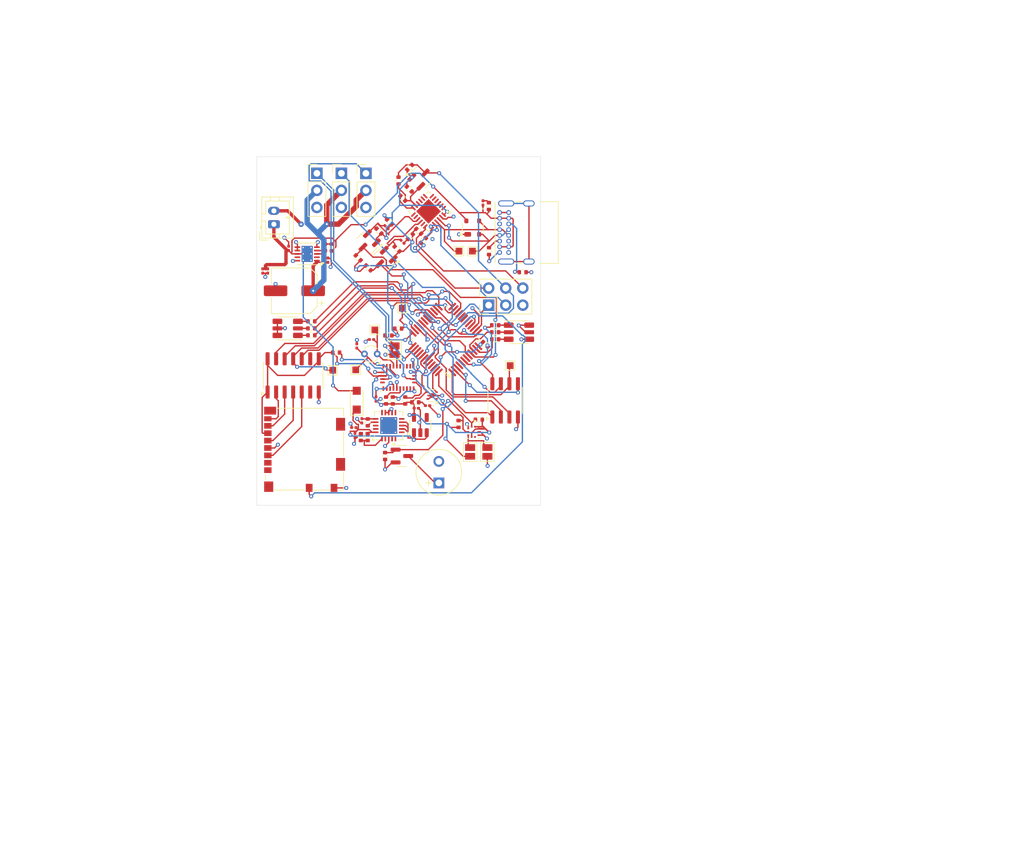
<source format=kicad_pcb>
(kicad_pcb (version 20240108) (generator "pcbnew") (generator_version "8.0")
  (layers (0 "F.Cu" mixed) (1 "In1.Cu" signal) (2 "In2.Cu" signal) (31 "B.Cu" power) (34 "B.Paste" user) (35 "F.Paste" user) (36 "B.SilkS" user "B.Silkscreen") (37 "F.SilkS" user "F.Silkscreen") (38 "B.Mask" user) (39 "F.Mask" user) (44 "Edge.Cuts" user))
  (net 0 "")
  (net 1 "Net-(ADR1-B)")
  (net 2 "GND")
  (net 3 "BATT_IN")
  (net 4 "Net-(U6-XOUT32{slash}CLKSEL1)")
  (net 5 "Net-(U6-XIN32)")
  (net 6 "Net-(L1-Pad1)")
  (net 7 "Net-(D6-K)")
  (net 8 "+3.3V")
  (net 9 "Net-(U6-CAP)")
  (net 10 "Net-(D1-I{slash}O1)")
  (net 11 "Net-(D1-I{slash}O2)")
  (net 12 "Net-(D2-A)")
  (net 13 "Net-(D2-K)")
  (net 14 "Net-(D3-A)")
  (net 15 "Net-(D3-K)")
  (net 16 "Net-(D5-A)")
  (net 17 "Net-(J2-Pin_3)")
  (net 18 "Net-(J2-Pin_2)")
  (net 19 "Net-(J2-Pin_6)")
  (net 20 "UPDI")
  (net 21 "Net-(J3-CMD)")
  (net 22 "Net-(J3-DAT1)")
  (net 23 "Net-(J3-DAT0)")
  (net 24 "CD")
  (net 25 "Net-(J3-CLK)")
  (net 26 "/RX_UPDI")
  (net 27 "TX0")
  (net 28 "RX0")
  (net 29 "Net-(U9-EN)")
  (net 30 "Net-(U9-FB)")
  (net 31 "Net-(U6-~{RST})")
  (net 32 "Net-(U6-ENV_SCL)")
  (net 33 "Net-(U6-ENV_SDA)")
  (net 34 "SDA")
  (net 35 "SCL")
  (net 36 "Net-(U6-~{BOOT})")
  (net 50 "EJEC_SERVO")
  (net 51 "Net-(PORTSIDE_RGB1-RA)")
  (net 52 "PA3{slash}SS")
  (net 53 "PA1{slash}MOSI")
  (net 55 "Net-(PORTSIDE_RGB1-BA)")
  (net 57 "Net-(PORTSIDE_RGB1-GA)")
  (net 61 "D5")
  (net 63 "D6")
  (net 64 "BUZZER")
  (net 66 "WP")
  (net 67 "PA0{slash}MISO")
  (net 69 "D4")
  (net 72 "HOLD")
  (net 73 "Net-(J1-CC1)")
  (net 74 "Net-(STARBOARD_RGB1-BA)")
  (net 75 "D7")
  (net 78 "Net-(STARBOARD_RGB1-RA)")
  (net 81 "Net-(STARBOARD_RGB1-GA)")
  (net 82 "PA2{slash}SCK")
  (net 83 "PORT_SERVO")
  (net 91 "PS1")
  (net 95 "INT")
  (net 96 "PS0{slash}WAKE")
  (net 101 "STAR_BLUE")
  (net 102 "STAR_SERVO")
  (net 103 "STAR_GREEN")
  (net 104 "PORT_GREEN")
  (net 105 "STAR_RED")
  (net 106 "PORT_RED")
  (net 107 "PORT_BLUE")
  (net 109 "Net-(L1-Pad2)")
  (net 111 "+5V")
  (net 115 "Net-(J1-CC2)")
  (net 118 "/TX_UPDI")
  (net 119 "TEMP_SENSOR")
  (net 125 "Net-(BZ1-+)")
  (net 126 "Net-(D7-A)")
  (net 127 "Net-(U9-IN)")
  (net 128 "unconnected-(J1-SHIELD-PadS1)")
  (net 131 "Net-(JP1-A)")
  (footprint "Jumper:SolderJumper-2_P1.3mm_Bridged2Bar_Pad1.0x1.5mm" (layer "F.Cu") (at 112.9075 112.74 90)
    (property "Reference" "ADR1" (hide yes))
    (property "Value" "~" (hide yes))
  )
  (footprint "Resistor_SMD:R_0402_1005Metric" (layer "F.Cu") (at 117.192785 96.410551 45)
    (property "Reference" "R2" (hide yes))
    (property "Value" "4k7" (hide yes))
  )
  (footprint "TestPoint:TestPoint_Pad_1.0x1.0mm" (layer "F.Cu") (at 124.5 98)
    (property "Reference" "TP1" (hide yes))
    (property "Value" "TestPoint" (hide yes))
  )
  (footprint "Resistor_SMD:R_0402_1005Metric" (layer "F.Cu") (at 100.525 108.45)
    (property "Reference" "R30" (hide yes))
    (property "Value" "220" (hide yes))
  )
  (footprint "Jumper:SolderJumper-2_P1.3mm_Open_Pad1.0x1.5mm" (layer "F.Cu") (at 124.16 127.889998 -90)
    (property "Reference" "JP2" (hide yes))
    (property "Value" "Jumper_2_Small_Open" (hide yes))
  )
  (footprint "Resistor_SMD:R_0402_1005Metric" (layer "F.Cu") (at 126.95 91.299975 -90)
    (property "Reference" "R35" (hide yes))
    (property "Value" "R220" (hide yes))
  )
  (footprint "Connector_PinHeader_2.54mm:PinHeader_1x03_P2.54mm_Vertical" (layer "F.Cu") (at 105 86.42)
    (property "Reference" "J5" (hide yes))
    (property "Value" "PORTSIDE_SERVO" (hide yes))
  )
  (footprint "LED_SMD:LED_0201_0603Metric" (layer "F.Cu") (at 111.700051 94.436511 -45)
    (property "Reference" "D2" (hide yes))
    (property "Value" "LED" (hide yes))
  )
  (footprint "Package_QFP:TQFP-48_7x7mm_P0.5mm" (layer "F.Cu") (at 120.5 111.160551 135)
    (property "Reference" "U2" (hide yes))
    (property "Value" "ATmega4809-A" (hide yes))
  )
  (footprint "Capacitor_SMD:C_0201_0603Metric" (layer "F.Cu") (at 93.28 100.96 -90)
    (property "Reference" "C13" (hide yes))
    (property "Value" "100n" (hide yes))
  )
  (footprint "Package_DFN_QFN:DFN-10-1EP_3x3mm_P0.5mm_EP1.65x2.38mm_ThermalVias" (layer "F.Cu") (at 99.9 98.415 180)
    (property "Reference" "U8" (hide yes))
    (property "Value" "TPS61092" (hide yes))
  )
  (footprint "Package_TO_SOT_SMD:SOT-23" (layer "F.Cu") (at 116.819872 87.023464 45)
    (property "Reference" "Q1" (hide yes))
    (property "Value" "BSS138" (hide yes))
  )
  (footprint "Resistor_SMD:R_0402_1005Metric" (layer "F.Cu") (at 112 110.56 180)
    (property "Reference" "R23" (hide yes))
    (property "Value" "10k" (hide yes))
  )
  (footprint "TestPoint:TestPoint_Pad_1.0x1.0mm" (layer "F.Cu") (at 103.72 115.73 180)
    (property "Reference" "TP3" (hide yes))
    (property "Value" "TestPoint" (hide yes))
  )
  (footprint "Resistor_SMD:R_0402_1005Metric" (layer "F.Cu") (at 114.139376 90.139376 -45)
    (property "Reference" "R5" (hide yes))
    (property "Value" "0" (hide yes))
  )
  (footprint "Connector_PinHeader_2.54mm:PinHeader_1x03_P2.54mm_Vertical" (layer "F.Cu") (at 101.35 86.42)
    (property "Reference" "J4" (hide yes))
    (property "Value" "STARBOARD_SERVO" (hide yes))
  )
  (footprint "Resistor_SMD:R_0402_1005Metric" (layer "F.Cu") (at 113.283409 97.681177 135)
    (property "Reference" "R10" (hide yes))
    (property "Value" "4k7" (hide yes))
  )
  (footprint "TestPoint:TestPoint_Pad_1.0x1.0mm" (layer "F.Cu") (at 130.13 115.04)
    (property "Reference" "TP4" (hide yes))
    (property "Value" "TestPoint" (hide yes))
  )
  (footprint "Resistor_SMD:R_0402_1005Metric" (layer "F.Cu") (at 108.91 125.679999 -90)
    (property "Reference" "R15" (hide yes))
    (property "Value" "100k" (hide yes))
  )
  (footprint "Resistor_SMD:R_0402_1005Metric" (layer "F.Cu") (at 127.895 109.03)
    (property "Reference" "R25" (hide yes))
    (property "Value" "220" (hide yes))
  )
  (footprint "TestPoint:TestPoint_Pad_1.0x1.0mm" (layer "F.Cu") (at 109.975 109.73 90)
    (property "Reference" "TP6" (hide yes))
    (property "Value" "TestPoint" (hide yes))
  )
  (footprint "Capacitor_SMD:C_0201_0603Metric" (layer "F.Cu") (at 94.03 100.955 -90)
    (property "Reference" "C12" (hide yes))
    (property "Value" "4n7" (hide yes))
  )
  (footprint "Package_DFN_QFN:QFN-20-1EP_4x4mm_P0.5mm_EP2.5x2.5mm_ThermalVias" (layer "F.Cu") (at 112.0425 123.97 90)
    (property "Reference" "U9" (hide yes))
    (property "Value" "MPM3610AGQV-P" (hide yes))
  )
  (footprint "Connector_USB:USB_C_Receptacle_GCT_USB4085" (layer "F.Cu") (at 128.55 98.204974 90)
    (property "Reference" "J1" (hide yes))
    (property "Value" "USB_C_Receptacle_USB2.0_16P" (hide yes))
  )
  (footprint "Capacitor_SMD:C_0201_0603Metric" (layer "F.Cu") (at 116.15 121.39)
    (property "Reference" "C6" (hide yes))
    (property "Value" "1u" (hide yes))
  )
  (footprint "Resistor_SMD:R_0402_1005Metric" (layer "F.Cu") (at 115.262785 95.830551 -135)
    (property "Reference" "R3" (hide yes))
    (property "Value" "330" (hide yes))
  )
  (footprint "Capacitor_SMD:C_0201_0603Metric" (layer "F.Cu") (at 103 99.345 90)
    (property "Reference" "C9" (hide yes))
    (property "Value" "2u2" (hide yes))
  )
  (footprint "Package_TO_SOT_SMD:SOT-23" (layer "F.Cu") (at 114 128.5)
    (property "Reference" "Q4" (hide yes))
    (property "Value" "BSS138" (hide yes))
  )
  (footprint "LED_SMD:LED_0201_0603Metric" (layer "F.Cu") (at 126.07 90.829974 90)
    (property "Reference" "D7" (hide yes))
    (property "Value" "LED" (hide yes))
  )
  (footprint "Resistor_SMD:R_0402_1005Metric" (layer "F.Cu") (at 125.46 123.09 180)
    (property "Reference" "R1" (hide yes))
    (property "Value" "4.7kΩ" (hide yes))
  )
  (footprint "Resistor_SMD:R_0402_1005Metric" (layer "F.Cu") (at 104.21 113.1)
    (property "Reference" "R24" (hide yes))
    (property "Value" "10k" (hide yes))
  )
  (footprint "Capacitor_SMD:C_0201_0603Metric" (layer "F.Cu") (at 97.14 97.585 90)
    (property "Reference" "C8" (hide yes))
    (property "Value" "10u" (hide yes))
  )
  (footprint "Resistor_SMD:R_0402_1005Metric" (layer "F.Cu") (at 127.895 110.07)
    (property "Reference" "R26" (hide yes))
    (property "Value" "220" (hide yes))
  )
  (footprint "Resistor_SMD:R_0402_1005Metric" (layer "F.Cu") (at 103.56 97.455 -90)
    (property "Reference" "R33" (hide yes))
    (property "Value" "5m" (hide yes))
  )
  (footprint "Capacitor_SMD:C_0201_0603Metric" (layer "F.Cu") (at 107.29 112.11 90)
    (property "Reference" "C3" (hide yes))
    (property "Value" "22p" (hide yes))
  )
  (footprint "Resistor_SMD:R_0402_1005Metric" (layer "F.Cu") (at 111.5 128.5 -90)
    (property "Reference" "R34" (hide yes))
    (property "Value" "2k2" (hide yes))
  )
  (footprint "Resistor_SMD:R_0402_1005Metric" (layer "F.Cu") (at 122.43 123.73 90)
    (property "Reference" "R36" (hide yes))
    (property "Value" "4.7kΩ" (hide yes))
  )
  (footprint "Inductor_SMD:L_0402_1005Metric" (layer "F.Cu") (at 102.56 97.435001 -90)
    (property "Reference" "L1" (hide yes))
    (property "Value" "6u8" (hide yes))
  )
  (footprint "Capacitor_SMD:C_0201_0603Metric" (layer "F.Cu") (at 110.1475 120.015 -90)
    (property "Reference" "C7" (hide yes))
    (property "Value" "0u1" (hide yes))
  )
  (footprint "Diode_SMD:Nexperia_CFP3_SOD-123W" (layer "F.Cu") (at 107.28 120.1875 90)
    (property "Reference" "D6" (hide yes))
    (property "Value" "PMEG6020ER" (hide yes))
  )
  (footprint "Resistor_SMD:R_0402_1005Metric" (layer "F.Cu") (at 109 100.5 -45)
    (property "Reference" "R13" (hide yes))
    (property "Value" "4k7" (hide yes))
  )
  (footprint "Resistor_SMD:R_0402_1005Metric" (layer "F.Cu") (at 116 120.5)
    (property "Reference" "R17" (hide yes))
    (property "Value" "330R" (hide yes))
  )
  (footprint "Package_LGA:LGA-28_5.2x3.8mm_P0.5mm" (layer "F.Cu") (at 113.5 116.8)
    (property "Reference" "U6" (hide yes))
    (property "Value" "BNO086" (hide yes))
  )
  (footprint "Resistor_SMD:R_0402_1005Metric" (layer "F.Cu") (at 110.58459 95.018107 135)
    (property "Reference" "R9" (hide yes))
    (property "Value" "4k7" (hide yes))
  )
  (footprint "LED_SMD:LED_ROHM_SMLVN6" (layer "F.Cu") (at 131.425 110.07)
    (property "Reference" "STARBOARD_RGB1" (hide yes))
    (property "Value" "SMLVN6RGB" (hide yes))
  )
  (footprint "MountingHole:MountingHole_2.1mm" (layer "F.Cu") (at 95.5 87)
    (property "Reference" "REF**" (hide yes))
    (property "Value" "MountingHole_2.1mm" (hide yes))
  )
  (footprint "Resistor_SMD:R_0402_1005Metric" (layer "F.Cu") (at 131.979999 101.14)
    (property "Reference" "R32" (hide yes))
    (property "Value" "5k1" (hide yes))
  )
  (footprint "Capacitor_SMD:C_0201_0603Metric" (layer "F.Cu") (at 109.485 111.16 180)
    (property "Reference" "C2" (hide yes))
    (property "Value" "22p" (hide yes))
  )
  (footprint "Resistor_SMD:R_0402_1005Metric" (layer "F.Cu") (at 111.6475 120.23 -90)
    (property "Reference" "R18" (hide yes))
    (property "Value" "10k" (hide yes))
  )
  (footprint "Resistor_SMD:R_0402_1005Metric" (layer "F.Cu") (at 126.430624 111.890624 135)
    (property "Reference" "R21" (hide yes))
    (property "Value" "2k2" (hide yes))
  )
  (footprint "Package_TO_SOT_SMD:HVSOF5" (layer "F.Cu") (at 118.500001 119.5 180)
    (property "Reference" "U5" (hide yes))
    (property "Value" "BD1020HFV" (hide yes))
  )
  (footprint "Resistor_SMD:R_0402_1005Metric" (layer "F.Cu") (at 126.97 98 -90)
    (property "Reference" "R31" (hide yes))
    (property "Value" "5k1" (hide yes))
  )
  (footprint "Resistor_SMD:R_0402_1005Metric" (layer "F.Cu") (at 113.450001 109.53)
    (property "Reference" "R22" (hide yes))
    (property "Value" "2k2" (hide yes))
  )
  (footprint "BMP390L:XDCR_BMP390L" (layer "F.Cu") (at 124.64 124.9)
    (property "Reference" "U10" (hide yes))
    (property "Value" "BMP390L" (hide yes))
  )
  (footprint "Package_SO:SOIC-8_3.9x4.9mm_P1.27mm" (layer "F.Cu") (at 129.370192 120.221196 90)
    (property "Reference" "U3" (hide yes))
    (property "Value" "AT25DF641A-SH-T" (hide yes))
  )
  (footprint "LED_SMD:LED_0201_0603Metric" (layer "F.Cu") (at 114.085973 96.602837 -45)
    (property "Reference" "D3" (hide yes))
    (property "Value" "LED" (hide yes))
  )
  (footprint "Resistor_SMD:R_0402_1005Metric" (layer "F.Cu") (at 112.161438 93.653391 -45)
    (property "Reference" "R4" (hide yes))
    (property "Value" "330" (hide yes))
  )
  (footprint "Crystal:Crystal_C26-LF_D2.1mm_L6.5mm_Vertical" (layer "F.Cu") (at 110.33 113.3 180)
    (property "Reference" "Y1" (hide yes))
    (property "Value" "32.768kHz" (hide yes))
  )
  (footprint "Resistor_SMD:R_0402_1005Metric" (layer "F.Cu") (at 113.5 87.5 90)
    (property "Reference" "R8" (hide yes))
    (property "Value" "DNP" (hide yes))
  )
  (footprint "Capacitor_SMD:C_0201_0603Metric" (layer "F.Cu") (at 107.02 125.445 -90)
    (property "Reference" "C11" (hide yes))
    (property "Value" "1u" (hide yes))
  )
  (footprint "Buzzer_Beeper:MagneticBuzzer_Kingstate_KCG0601" (layer "F.Cu") (at 119.5 132.5 90)
    (property "Reference" "BZ1" (hide yes))
    (property "Value" "Buzzer" (hide yes))
  )
  (footprint "Resistor_SMD:R_0402_1005Metric" (layer "F.Cu") (at 100.535 110.53)
    (property "Reference" "R28" (hide yes))
    (property "Value" "220" (hide yes))
  )
  (footprint "Capacitor_SMD:C_0201_0603Metric" (layer "F.Cu") (at 108.04 123.26 -90)
    (property "Reference" "C4" (hide yes))
    (property "Value" "22u" (hide yes))
  )
  (footprint "Resistor_SMD:R_0402_1005Metric" (layer "F.Cu") (at 112.6475 120.23 -90)
    (property "Reference" "R19" (hide yes))
    (property "Value" "4k7" (hide yes))
  )
  (footprint "Resistor_SMD:R_0402_1005Metric" (layer "F.Cu") (at 100.525 109.5)
    (property "Reference" "R29" (hide yes))
    (property "Value" "220" (hide yes))
  )
  (footprint "Resistor_SMD:R_0402_1005Metric" (layer "F.Cu") (at 115.16 85.53 45)
    (property "Reference" "R7" (hide yes))
    (property "Value" "4k7" (hide yes))
  )
  (footprint "Resistor_SMD:R_0402_1005Metric" (layer "F.Cu") (at 108.92 123.49 -90)
    (property "Reference" "R14" (hide yes))
    (property "Value" "100k" (hide yes))
  )
  (footprint "Resistor_SMD:R_0402_1005Metric" (layer "F.Cu") (at 114.5 120.23 -90)
    (property "Reference" "R20" (hide yes))
    (property "Value" "4k7" (hide yes))
  )
  (footprint "Package_TO_SOT_SMD:SOT-23" (layer "F.Cu") (at 108.871625 96.745215 -135)
    (property "Reference" "Q3" (hide yes))
    (property "Value" "BSS138" (hide yes))
  )
  (footprint "Package_SO:SOIC-14_3.9x8.7mm_P1.27mm" (layer "F.Cu") (at 97.82 116.5 90)
    (property "Reference" "U7" (hide yes))
    (property "Value" "TXB0104D" (hide yes))
  )
  (footprint "LED_SMD:LED_0201_0603Metric" (layer "F.Cu") (at 117.82 121 180)
    (property "Reference" "D5" (hide yes))
    (property "Value" "GREEN" (hide yes))
  )
  (footprint "Resistor_SMD:R_0402_1005Metric" (layer "F.Cu") (at 115.102785 88.760551 -45)
    (property "Reference" "R6" (hide yes))
    (property "Value" "4k7" (hide yes))
  )
  (footprint "Resistor_SMD:R_0402_1005Metric" (layer "F.Cu") (at 116.502161 95.039927 -45)
    (property "Reference" "R11" (hide yes))
    (property "Value" "4k7" (hide yes))
  )
  (footprint "Capacitor_SMD:CP_Elec_6.3x5.4" (layer "F.Cu") (at 98 103.9 180)
    (property "Reference" "C10" (hide yes))
    (property "Value" "100u" (hide yes))
  )
  (footprint "TestPoint:TestPoint_Pad_1.0x1.0mm" (layer "F.Cu") (at 107.13 115.67)
    (property "Reference" "TP5" (hide yes))
    (property "Value" "TestPoint" (hide yes))
  )
  (footprint "Package_TO_SOT_SMD:SOT-23-5" (layer "F.Cu") (at 116.75 123.89 90)
    (property "Reference" "U4" (hide yes))
    (property "Value" "AP2112K-3.3" (hide yes))
  )
  (footprint "Resistor_SMD:R_0402_1005Metric" (layer "F.Cu") (at 107.9 125.68 90)
    (property "Reference" "R16" (hide yes))
    (property "Value" "19k1" (hide yes))
  )
  (footprint "TestPoint:TestPoint_Pad_1.0x1.0mm" (layer "F.Cu") (at 122.5 98)
    (property "Reference" "TP2" (hide yes))
    (property "Value" "TestPoint" (hide yes))
  )
  (footprint "LED_SMD:LED_ROHM_SMLVN6" (layer "F.Cu") (at 97 109.5 180)
    (property "Reference" "PORTSIDE_RGB1" (hide yes))
    (property "Value" "SMLVN6RGB" (hide yes))
  )
  (footprint "Connector_PinHeader_2.54mm:PinHeader_1x03_P2.54mm_Vertical" (layer "F.Cu") (at 108.65 86.425)
    (property "Reference" "J7" (hide yes))
    (property "Value" "EJECTION_SERVO" (hide yes))
  )
  (footprint "Package_TO_SOT_SMD:SOT-23" (layer "F.Cu") (at 111.37422 99.208525 -135)
    (property "Reference" "Q2" (hide yes))
    (property "Value" "BSS138" (hide yes))
  )
  (footprint "MountingHole:MountingHole_2.1mm" (layer "F.Cu") (at 131.5 87)
    (property "Reference" "REF**" (hide yes))
    (property "Value" "MountingHole_2.1mm" (hide yes))
  )
  (footprint "Package_DFN_QFN:QFN-24-1EP_4x4mm_P0.5mm_EP2.6x2.6mm" (layer "F.Cu") (at 117.969542 92.077346 -135)
    (property "Reference" "U1" (hide yes))
    (property "Value" "ATSAMD11D14A-M" (hide yes))
  )
  (footprint "Connector_JST:JST_PH_B2B-PH-K_1x02_P2.00mm_Vertical" (layer "F.Cu") (at 94.95 94 90)
    (property "Reference" "J6" (hide yes))
    (property "Value" "Battery In" (hide yes))
  )
  (footprint "MountingHole:MountingHole_2.1mm" (layer "F.Cu") (at 131.45 132.79)
    (property "Reference" "REF**" (hide yes))
    (property "Value" "MountingHole_2.1mm" (hide yes))
  )
  (footprint "Resistor_SMD:R_0402_1005Metric" (layer "F.Cu") (at 107.5 99 135)
    (property "Reference" "R12" (hide yes))
    (property "Value" "4k7" (hide yes))
  )
  (footprint "Connector_Card:microSD_HC_Molex_104031-0811" (layer "F.Cu") (at 99.5 127.5 90)
    (property "Reference" "J3" (hide yes))
    (property "Value" "Micro_SD_Card_Det1" (hide yes))
  )
  (footprint "Package_TO_SOT_SMD:SOT-143" (layer "F.Cu") (at 124.55 94.5 90)
    (property "Reference" "D1" (hide yes))
    (property "Value" "PRTR5V0U2X" (hide yes))
  )
  (footprint "TestPoint:TestPoint_Pad_1.0x1.0mm" (layer "F.Cu") (at 114.067215 106.5)
    (property "Reference" "TP7" (hide yes))
    (property "Value" "TestPoint" (hide yes))
  )
  (footprint "Resistor_SMD:R_0402_1005Metric" (layer "F.Cu") (at 127.895 111.12)
    (property "Reference" "R27" (hide yes))
    (property "Value" "220" (hide yes))
  )
  (footprint "Capacitor_SMD:C_0201_0603Metric" (layer "F.Cu") (at 106.845 124.26 180)
    (property "Reference" "C5" (hide yes))
    (property "Value" "22u" (hide yes))
  )
  (footprint "Jumper:SolderJumper-2_P1.3mm_Open_Pad1.0x1.5mm" (layer "F.Cu") (at 126.73 127.889999 -90)
    (property "Reference" "JP1" (hide yes))
    (property "Value" "Jumper_2_Small_Open" (hide yes))
  )
  (footprint "Connector_PinHeader_2.54mm:PinHeader_2x03_P2.54mm_Vertical" (layer "F.Cu") (at 126.92 106.04 90)
    (property "Reference" "J2" (hide yes))
    (property "Value" "Conn_02x03_Pin" (hide yes))
  )
  (gr_line (start 134.652785 83.970551) (end 92.382785 83.970551) (stroke (width 0.05)) (layer "Edge.Cuts"))
  (gr_line (start 92.382785 135.840551) (end 134.652785 135.840551) (stroke (width 0.05)) (layer "Edge.Cuts"))
  (gr_line (start 134.652785 90.634974) (end 134.652785 83.970551) (stroke (width 0.05)) (layer "Edge.Cuts"))
  (gr_line (start 134.652785 99.824974) (end 134.652785 90.634974) (stroke (width 0.05)) (layer "Edge.Cuts"))
  (gr_line (start 92.382785 83.970551) (end 92.382785 135.840551) (stroke (width 0.05)) (layer "Edge.Cuts"))
  (gr_line (start 134.652785 135.840551) (end 134.652785 99.824974) (stroke (width 0.05)) (layer "Edge.Cuts"))
  (segment (start 114.23 116.48) (end 114.727 116.977) (width 0.2) (layer "F.Cu") (net 1))
  (segment (start 114.727 116.977) (end 115.25 116.977) (width 0.2) (layer "F.Cu") (net 1))
  (segment (start 115.25 116.977) (end 115.323 117.05) (width 0.2) (layer "F.Cu") (net 1))
  (segment (start 111.49 112.09) (end 112.9075 112.09) (width 0.2) (layer "F.Cu") (net 1))
  (segment (start 112.9075 111.9775) (end 111.49 110.56) (width 0.2) (layer "F.Cu") (net 1))
  (segment (start 115.323 117.05) (end 115.8875 117.05) (width 0.2) (layer "F.Cu") (net 1))
  (via (at 111.49 112.09) (size 0.6) (drill 0.3) (layers "F.Cu" "B.Cu") (net 1))
  (via (at 114.23 116.48) (size 0.6) (drill 0.3) (layers "F.Cu" "B.Cu") (net 1))
  (segment (start 111.49 112.178529) (end 111.49 112.09) (width 0.2) (layer "B.Cu") (net 1))
  (segment (start 114.23 116.48) (end 114.23 114.918529) (width 0.2) (layer "B.Cu") (net 1))
  (segment (start 114.23 114.918529) (end 111.49 112.178529) (width 0.2) (layer "B.Cu") (net 1))
  (segment (start 112.0425 126.4575) (end 112.0425 125.907499) (width 0.2) (layer "F.Cu") (net 2))
  (segment (start 95.475 108.45) (end 95.475 110.55) (width 0.2) (layer "F.Cu") (net 2))
  (segment (start 103.5 99.325001) (end 103.5 100.25) (width 0.2) (layer "F.Cu") (net 2))
  (segment (start 127 98.539999) (end 126.97 98.509999) (width 0.2) (layer "F.Cu") (net 2))
  (segment (start 101.63 120.49) (end 101.63 118.975) (width 0.2) (layer "F.Cu") (net 2))
  (segment (start 113.0625 129.45) (end 112.55 129.45) (width 0.2) (layer "F.Cu") (net 2))
  (segment (start 95.2 102.89) (end 95.2 103.9) (width 0.5) (layer "F.Cu") (net 2))
  (segment (start 120.171744 93.218888) (end 119.869891 92.917036) (width 0.2) (layer "F.Cu") (net 2))
  (segment (start 116.687519 107.142481) (end 116.37 107.46) (width 0.2) (layer "F.Cu") (net 2))
  (segment (start 98.45 97.915) (end 98.45 97.415) (width 0.2) (layer "F.Cu") (net 2))
  (segment (start 121.688001 92.866731) (end 121.57437 92.980362) (width 0.2) (layer "F.Cu") (net 2))
  (segment (start 93.67 101.28) (end 94.025 101.28) (width 0.2) (layer "F.Cu") (net 2))
  (segment (start 123.8775 124.4) (end 123.8775 123.91505) (width 0.2) (layer "F.Cu") (net 2))
  (segment (start 116.75 123.39) (end 116.75 121.67) (width 0.2) (layer "F.Cu") (net 2))
  (segment (start 125.450545 107.441798) (end 125.450545 108.68488) (width 0.2) (layer "F.Cu") (net 2))
  (segment (start 118.14 121.14) (end 119.5 122.5) (width 0.2) (layer "F.Cu") (net 2))
  (segment (start 124.502415 106.493668) (end 125.450545 107.441798) (width 0.2) (layer "F.Cu") (net 2))
  (segment (start 107.29 111.79) (end 107.29 111.25) (width 0.2) (layer "F.Cu") (net 2))
  (segment (start 118.000002 119.999999) (end 118.500001 119.5) (width 0.2) (layer "F.Cu") (net 2))
  (segment (start 127 99.5) (end 127 98.539999) (width 0.2) (layer "F.Cu") (net 2))
  (segment (start 123.8775 123.91505) (end 123.7 123.73755) (width 0.2) (layer "F.Cu") (net 2))
  (segment (start 111.921046 122.0325) (end 112.443578 121.509968) (width 0.2) (layer "F.Cu") (net 2))
  (segment (start 118.086998 107.686889) (end 117.54259 107.142481) (width 0.2) (layer "F.Cu") (net 2))
  (segment (start 109.165 111.16) (end 108.934999 111.16) (width 0.2) (layer "F.Cu") (net 2))
  (segment (start 93.28 101.28) (end 93.67 101.28) (width 0.2) (layer "F.Cu") (net 2))
  (segment (start 111.57 113.39) (end 111.544975 113.415025) (width 0.2) (layer "F.Cu") (net 2))
  (segment (start 132.489998 101.14) (end 133.26 101.14) (width 0.2) (layer "F.Cu") (net 2))
  (segment (start 94.95 91.999999) (end 96.999999 91.999999) (width 0.5) (layer "F.Cu") (net 2))
  (segment (start 97.835 99.415) (end 97.78 99.47) (width 0.2) (layer "F.Cu") (net 2))
  (segment (start 95.051471 127.305) (end 94.05 127.305) (width 0.2) (layer "F.Cu") (net 2))
  (segment (start 106.525 123.852892) (end 106.351054 123.678946) (width 0.2) (layer "F.Cu") (net 2))
  (segment (start 132.95 109.02) (end 131.45 109.02) (width 0.2) (layer "F.Cu") (net 2))
  (segment (start 112.5425 122.0325) (end 112.5425 121.60889) (width 0.2) (layer "F.Cu") (net 2))
  (segment (start 126.662239 125.886924) (end 125.675315 124.9) (width 0.2) (layer "F.Cu") (net 2))
  (segment (start 118.813342 113.200763) (end 117.733445 114.28066) (width 0.2) (layer "F.Cu") (net 2))
  (segment (start 118.14 121) (end 118.14 121.14) (width 0.2) (layer "F.Cu") (net 2))
  (segment (start 132.95 111.12) (end 131.8 111.12) (width 0.2) (layer "F.Cu") (net 2))
  (segment (start 107.305001 125.765) (end 107.9 125.170001) (width 0.2) (layer "F.Cu") (net 2))
  (segment (start 111.5 127) (end 112.0425 126.4575) (width 0.2) (layer "F.Cu") (net 2))
  (segment (start 110.682499 120) (end 110.347499 120.335) (width 0.2) (layer "F.Cu") (net 2))
  (segment (start 93.67 101.28) (end 93.67 101.84) (width 0.2) (layer "F.Cu") (net 2))
  (segment (start 117.54259 107.142481) (end 116.687519 107.142481) (width 0.2) (layer "F.Cu") (net 2))
  (segment (start 110.347499 120.335) (end 110.1475 120.335) (width 0.2) (layer "F.Cu") (net 2))
  (segment (start 113.25 118.6625) (end 113.25 117.5) (width 0.2) (layer "F.Cu") (net 2))
  (segment (start 95.538236 126.818235) (end 95.051471 127.305) (width 0.2) (layer "F.Cu") (net 2))
  (segment (start 96.57 109.5) (end 96.6 109.47) (width 0.2) (layer "F.Cu") (net 2))
  (segment (start 111.5 129.009999) (end 111.5 130.5) (width 0.2) (layer "F.Cu") (net 2))
  (segment (start 126.73 128.539998) (end 126.73 129.93) (width 0.2) (layer "F.Cu") (net 2))
  (segment (start 107.02 125.765) (end 107.305001 125.765) (width 0.2) (layer "F.Cu") (net 2))
  (segment (start 118.500001 119.5) (end 120 119.5) (width 0.2) (layer "F.Cu") (net 2))
  (segment (start 125.675315 124.9) (end 125.4025 124.9) (width 0.2) (layer "F.Cu") (net 2))
  (segment (start 107.881544 123.58) (end 108.04 123.58) (width 0.2) (layer "F.Cu") (net 2))
  (segment (start 112.55 129.45) (end 111.5 130.5) (width 0.2) (layer "F.Cu") (net 2))
  (segment (start 131.275192 124.224808) (end 131 124.5) (width 0.2) (layer "F.Cu") (net 2))
  (segment (start 125.450545 108.68488) (end 124.680769 109.454656) (width 0.2) (layer "F.Cu") (net 2))
  (segment (start 112.0425 121.911046) (end 112.443578 121.509968) (width 0.2) (layer "F.Cu") (net 2))
  (segment (start 111.5425 122.0325) (end 111.921046 122.0325) (width 0.2) (layer "F.Cu") (net 2))
  (segment (start 110.05 116.05) (end 110 116) (width 0.2) (layer "F.Cu") (net 2))
  (segment (start 107.54 123.08) (end 107.54 123.238456) (width 0.2) (layer "F.Cu") (net 2))
  (segment (start 106.525 124.26) (end 106.525 123.852892) (width 0.2) (layer "F.Cu") (net 2))
  (segment (start 120.640325 93.218889) (end 120.171744 93.218888) (width 0.2) (layer "F.Cu") (net 2))
  (segment (start 107.340001 122.970834) (end 107.430834 122.970834) (width 0.2) (layer "F.Cu") (net 2))
  (segment (start 102.098051 98.415) (end 102.708051 99.025) (width 0.2) (layer "F.Cu") (net 2))
  (segment (start 112.5425 121.60889) (end 112.443578 121.509968) (width 0.2) (layer "F.Cu") (net 2))
  (segment (start 117.825001 119.999999) (end 118.000002 119.999999) (width 0.2) (layer "F.Cu") (net 2))
  (segment (start 105.72 133.25) (end 103.91 133.25) (width 0.2) (layer "F.Cu") (net 2))
  (segment (start 103 99.025) (end 103.199999 99.025) (width 0.2) (layer "F.Cu") (net 2))
  (segment (start 101.35 98.415) (end 102.098051 98.415) (width 0.2) (layer "F.Cu") (net 2))
  (segment (start 121.57437 92.980362) (end 120.878852 92.980362) (width 0.2) (layer "F.Cu") (net 2))
  (segment (start 128.56 92.254974) (end 129.91 92.254974) (width 0.2) (layer "F.Cu") (net 2))
  (segment (start 101.35 97.415) (end 101.35 96.805) (width 0.2) (layer "F.Cu") (net 2))
  (segment (start 103.199999 99.025) (end 103.5 99.325001) (width 0.2) (layer "F.Cu") (net 2))
  (segment (start 116.75 123.39) (end 116.75 125.0275) (width 0.2) (layer "F.Cu") (net 2))
  (segment (start 131.8 111.12) (end 131.79 111.13) (width 0.2) (layer "F.Cu") (net 2))
  (segment (start 118.813342 112.090188) (end 118.813342 113.200763) (width 0.2) (layer "F.Cu") (net 2))
  (segment (start 98.45 96.865) (end 98.25 96.665) (width 0.2) (layer "F.Cu") (net 2))
  (segment (start 123.8 95.5) (end 122.5 95.5) (width 0.2) (layer "F.Cu") (net 2))
  (segment (start 107.430834 122.970834) (end 107.54 123.08) (width 0.2) (layer "F.Cu") (net 2))
  (segment (start 107.02 126.54) (end 106.88 126.68) (width 0.2) (layer "F.Cu") (net 2))
  (segment (start 131.45 109.02) (end 131.4 109.07) (width 0.2) (layer "F.Cu") (net 2))
  (segment (start 126.73 129.93) (end 126.76 129.96) (width 0.2) (layer "F.Cu") (net 2))
  (segment (start 110.827501 120) (end 110.682499 120) (width 0.2) (layer "F.Cu") (net 2))
  (segment (start 120.878852 92.980362) (end 120.640325 93.218889) (width 0.2) (layer "F.Cu") (net 2))
  (segment (start 96.999999 91.999999) (end 99 94) (width 0.5) (layer "F.Cu") (net 2))
  (segment (start 102.708051 99.025) (end 103 99.025) (width 0.2) (layer "F.Cu") (net 2))
  (segment (start 98.45 99.415) (end 97.835 99.415) (width 0.2) (layer "F.Cu") (net 2))
  (segment (start 108.934999 111.16) (end 108.605 111.49) (width 0.2) (layer "F.Cu") (net 2))
  (segment (start 103.5 100.25) (end 103.392892 100.357108) (width 0.2) (layer "F.Cu") (net 2))
  (segment (start 126.662239 125.886924) (end 126.175315 125.4) (width 0.2) (layer "F.Cu") (net 2))
  (segment (start 113.25 113.7325) (end 113.25 115.1375) (width 0.2) (layer "F.Cu") (net 2))
  (segment (start 97.14 96.64) (end 96.5 96) (width 0.2) (layer "F.Cu") (net 2))
  (segment (start 98.45 97.414999) (end 98.45 96.865) (width 0.2) (layer "F.Cu") (net 2))
  (segment (start 101.35 96.805) (end 101.49 96.665) (width 0.2) (layer "F.Cu") (net 2))
  (segment (start 131.275192 122.696196) (end 131.275192 124.224808) (width 0.2) (layer "F.Cu") (net 2))
  (segment (start 132.4 110.07) (end 131.4 109.07) (width 0.2) (layer "F.Cu") (net 2))
  (segment (start 107.54 123.238456) (end 107.881544 123.58) (width 0.2) (layer "F.Cu") (net 2))
  (segment (start 126.175315 125.4) (end 125.4025 125.4) (width 0.2) (layer "F.Cu") (net 2))
  (segment (start 112.9075 113.39) (end 111.57 113.39) (width 0.2) (layer "F.Cu") (net 2))
  (segment (start 95.475 109.5) (end 96.57 109.5) (width 0.2) (layer "F.Cu") (net 2))
  (segment (start 111.1125 116.05) (end 110.05 116.05) (width 0.2) (layer "F.Cu") (net 2))
  (segment (start 107.02 125.765) (end 107.02 126.54) (width 0.2) (layer "F.Cu") (net 2))
  (segment (start 116.75 121.67) (end 116.47 121.39) (width 0.2) (layer "F.Cu") (net 2))
  (segment (start 97.14 97.265) (end 97.14 96.64) (width 0.2) (layer "F.Cu") (net 2))
  (via (at 106.88 126.68) (size 0.6) (drill 0.3) (layers "F.Cu" "B.Cu") (net 2))
  (via (at 95.2 102.89) (size 0.6) (drill 0.3) (layers "F.Cu" "B.Cu") (net 2))
  (via (at 121.688001 92.866731) (size 0.6) (drill 0.3) (layers "F.Cu" "B.Cu") (net 2))
  (via (at 106.351054 123.678946) (size 0.6) (drill 0.3) (layers "F.Cu" "B.Cu") (net 2))
  (via (at 101.63 120.49) (size 0.6) (drill 0.3) (layers "F.Cu" "B.Cu") (net 2))
  (via (at 110 116) (size 0.6) (drill 0.3) (layers "F.Cu" "B.Cu") (net 2))
  (via (at 108.605 111.49) (size 0.6) (drill 0.3) (layers "F.Cu" "B.Cu") (net 2))
  (via (at 101.49 96.665) (size 0.6) (drill 0.3) (layers "F.Cu" "B.Cu") (net 2))
  (via (at 131.4 109.07) (size 0.6) (drill 0.3) (layers "F.Cu" "B.Cu") (net 2))
  (via (at 120 119.5) (size 0.6) (drill 0.3) (layers "F.Cu" "B.Cu") (net 2))
  (via (at 107.31 111.23) (size 0.6) (drill 0.3) (layers "F.Cu" "B.Cu") (net 2))
  (via (at 111.5 127) (size 0.6) (drill 0.3) (layers "F.Cu" "B.Cu") (net 2))
  (via (at 131.79 111.13) (size 0.6) (drill 0.3) (layers "F.Cu" "B.Cu") (net 2))
  (via (at 116.37 107.46) (size 0.6) (drill 0.3) (layers "F.Cu" "B.Cu") (net 2))
  (via (at 122.5 95.5) (size 0.6) (drill 0.3) (layers "F.Cu" "B.Cu") (net 2))
  (via (at 123.7 123.73755) (size 0.6) (drill 0.3) (layers "F.Cu" "B.Cu") (net 2))
  (via (at 111.544975 113.415025) (size 0.6) (drill 0.3) (layers "F.Cu" "B.Cu") (net 2))
  (via (at 96.5 96) (size 0.6) (drill 0.3) (layers "F.Cu" "B.Cu") (net 2))
  (via (at 133.26 101.14) (size 0.6) (drill 0.3) (layers "F.Cu" "B.Cu") (net 2))
  (via (at 112.443578 121.509968) (size 0.6) (drill 0.3) (layers "F.Cu" "B.Cu") (net 2))
  (via (at 103.392892 100.357108) (size 0.6) (drill 0.3) (layers "F.Cu" "B.Cu") (net 2))
  (via (at 119.5 122.5) (size 0.6) (drill 0.3) (layers "F.Cu" "B.Cu") (net 2))
  (via (at 118.552785 96.210551) (size 0.6) (drill 0.3) (layers "F.Cu" "B.Cu") (net 2))
  (via (at 131 124.5) (size 0.6) (drill 0.3) (layers "F.Cu" "B.Cu") (net 2))
  (via (at 98.25 96.665) (size 0.6) (drill 0.3) (layers "F.Cu" "B.Cu") (net 2))
  (via (at 118.813342 112.090188) (size 0.6) (drill 0.3) (layers "F.Cu" "B.Cu") (net 2))
  (via (at 126.76 129.96) (size 0.6) (drill 0.3) (layers "F.Cu" "B.Cu") (net 2))
  (via (at 124.502415 106.493668) (size 0.6) (drill 0.3) (layers "F.Cu" "B.Cu") (net 2))
  (via (at 99 94) (size 0.8) (drill 0.3) (layers "F.Cu" "B.Cu") (net 2))
  (via (at 95.538236 126.818235) (size 0.6) (drill 0.3) (layers "F.Cu" "B.Cu") (net 2))
  (via (at 107.340001 122.970834) (size 0.6) (drill 0.3) (layers "F.Cu" "B.Cu") (net 2))
  (via (at 127 99.5) (size 0.6) (drill 0.3) (layers "F.Cu" "B.Cu") (net 2))
  (via (at 111.5 130.5) (size 0.6) (drill 0.3) (layers "F.Cu" "B.Cu") (net 2))
  (via (at 126.662239 125.886924) (size 0.6) (drill 0.3) (layers "F.Cu" "B.Cu") (net 2))
  (via (at 93.67 101.84) (size 0.6) (drill 0.3) (layers "F.Cu" "B.Cu") (net 2))
  (via (at 116.6 123.5) (size 0.6) (drill 0.3) (layers "F.Cu" "B.Cu") (net 2))
  (via (at 97.78 99.47) (size 0.6) (drill 0.3) (layers "F.Cu" "B.Cu") (net 2))
  (via (at 110.827501 120) (size 0.6) (drill 0.3) (layers "F.Cu" "B.Cu") (net 2))
  (via (at 96.6 109.47) (size 0.6) (drill 0.3) (layers "F.Cu" "B.Cu") (net 2))
  (via (at 105.72 133.25) (size 0.6) (drill 0.3) (layers "F.Cu" "B.Cu") (net 2))
  (via (at 113.25 117.5) (size 0.6) (drill 0.3) (layers "F.Cu" "B.Cu") (net 2))
  (segment (start 127 99.5) (end 128.295026 98.204974) (width 0.2) (layer "B.Cu") (net 2))
  (segment (start 128.295026 98.204974) (end 128.56 98.204974) (width 0.2) (layer "B.Cu") (net 2))
  (segment (start 104.537501 118.787501) (end 103.76 118.01) (width 0.2) (layer "F.Cu") (net 3))
  (segment (start 96.940001 97.905) (end 97.14 97.905) (width 0.2) (layer "F.Cu") (net 3))
  (segment (start 126.07 92.171116) (end 126.17 92.271116) (width 0.2) (layer "F.Cu") (net 3))
  (segment (start 97.65 96.673529) (end 97.64 96.683529) (width 0.2) (layer "F.Cu") (net 3))
  (segment (start 123.6 93.5) (end 123.6 93.33) (width 0.2) (layer "F.Cu") (net 3))
  (segment (start 126.17 92.271116) (end 126.444595 92.271116) (width 0.2) (layer "F.Cu") (net 3))
  (segment (start 103.618923 96.065) (end 98.001471 96.065) (width 0.2) (layer "F.Cu") (net 3))
  (segment (start 104.18 96.626077) (end 103.618923 96.065) (width 0.2) (layer "F.Cu") (net 3))
  (segment (start 97.65 96.416471) (end 97.65 96.673529) (width 0.2) (layer "F.Cu") (net 3))
  (segment (start 126.07 91.149974) (end 126.07 92.171116) (width 0.2) (layer "F.Cu") (net 3))
  (segment (start 122.541116 92.271116) (end 126.17 92.271116) (width 0.2) (layer "F.Cu") (net 3))
  (segment (start 93.7 100.17) (end 93.7 100.62) (width 0.5) (layer "F.Cu") (net 3))
  (segment (start 128.56 93.104973) (end 129.909999 93.104973) (width 0.2) (layer "F.Cu") (net 3))
  (segment (start 122.541116 92.271116) (end 118.66 88.39) (width 0.2) (layer "F.Cu") (net 3))
  (segment (start 94.95 94) (end 94.95 95.914999) (width 0.5) (layer "F.Cu") (net 3))
  (segment (start 93.68 100.64) (end 94.025 100.64) (width 0.2) (layer "F.Cu") (net 3))
  (segment (start 93.86 100.01) (end 93.7 100.17) (width 0.5) (layer "F.Cu") (net 3))
  (segment (start 107.28 118.787501) (end 104.537501 118.787501) (width 0.2) (layer "F.Cu") (net 3))
  (segment (start 129.91 93.104974) (end 130.404974 93.104974) (width 0.2) (layer "F.Cu") (net 3))
  (segment (start 97.65 98.415) (end 97.4975 98.2625) (width 0.2) (layer "F.Cu") (net 3))
  (segment (start 126.95 92.159974) (end 126.641726 92.468248) (width 0.2) (layer "F.Cu") (net 3))
  (segment (start 93.28 100.64) (end 93.68 100.64) (width 0.2) (layer "F.Cu") (net 3))
  (segment (start 98.001471 96.065) (end 97.65 96.416471) (width 0.2) (layer "F.Cu") (net 3))
  (segment (start 93.7 100.62) (end 93.68 100.64) (width 0.2) (layer "F.Cu") (net 3))
  (segment (start 98.45 98.415) (end 97.65 98.415) (width 0.2) (layer "F.Cu") (net 3))
  (segment (start 126.444595 92.271116) (end 126.641726 92.468248) (width 0.2) (layer "F.Cu") (net 3))
  (segment (start 96.75 97.975) (end 96.75 99.81) (width 0.5) (layer "F.Cu") (net 3))
  (segment (start 130.56 97.189974) (end 130.395 97.354974) (width 0.2) (layer "F.Cu") (net 3))
  (segment (start 130.395 97.354974) (end 129.91 97.354974) (width 0.2) (layer "F.Cu") (net 3))
  (segment (start 103.56 97.964999) (end 104.18 97.344999) (width 0.2) (layer "F.Cu") (net 3))
  (segment (start 129.91 97.354974) (end 128.56 97.354974) (width 0.2) (layer "F.Cu") (net 3))
  (segment (start 104.18 97.344999) (end 104.18 96.626077) (width 0.2) (layer "F.Cu") (net 3))
  (segment (start 108.589265 94.060735) (end 106.449264 94.060735) (width 0.2) (layer "F.Cu") (net 3))
  (segment (start 126.641726 92.468248) (end 127.278452 93.104973) (width 0.2) (layer "F.Cu") (net 3))
  (segment (start 96.68 97.905) (end 96.75 97.975) (width 0.2) (layer "F.Cu") (net 3))
  (segment (start 130.56 93.26) (end 130.56 97.189974) (width 0.2) (layer "F.Cu") (net 3))
  (segment (start 129.909999 93.104973) (end 129.91 93.104974) (width 0.2) (layer "F.Cu") (net 3))
  (segment (start 123.6 93.33) (end 122.541116 92.271116) (width 0.2) (layer "F.Cu") (net 3))
  (segment (start 94.95 95.914999) (end 96.940001 97.905) (width 0.5) (layer "F.Cu") (net 3))
  (segment (start 97.4975 98.2625) (end 97.14 97.905) (width 0.2) (layer "F.Cu") (net 3))
  (segment (start 96.55 100.01) (end 93.86 100.01) (width 0.5) (layer "F.Cu") (net 3))
  (segment (start 130.404974 93.104974) (end 130.56 93.26) (width 0.2) (layer "F.Cu") (net 3))
  (segment (start 96.68 97.905) (end 97.14 97.905) (width 0.2) (layer "F.Cu") (net 3))
  (segment (start 127.278452 93.104973) (end 128.56 93.104973) (width 0.2) (layer "F.Cu") (net 3))
  (segment (start 126.95 91.809974) (end 126.95 92.159974) (width 0.2) (layer "F.Cu") (net 3))
  (segment (start 106.449264 94.060735) (end 104.18 96.329999) (width 0.2) (layer "F.Cu") (net 3))
  (segment (start 96.75 99.81) (end 96.55 100.01) (width 0.5) (layer "F.Cu") (net 3))
  (segment (start 104.18 96.329999) (end 104.18 96.626077) (width 0.2) (layer "F.Cu") (net 3))
  (segment (start 97.64 98.12) (end 97.4975 98.2625) (width 0.2) (layer "F.Cu") (net 3))
  (segment (start 99.325 98.415) (end 98.45 98.415) (width 0.2) (layer "F.Cu") (net 3))
  (segment (start 97.64 96.683529) (end 97.64 98.12) (width 0.2) (layer "F.Cu") (net 3))
  (via (at 103.76 118.01) (size 0.6) (drill 0.3) (layers "F.Cu" "B.Cu") (net 3))
  (via (at 108.589265 94.060735) (size 0.6) (drill 0.3) (layers "F.Cu" "B.Cu") (net 3))
  (via (at 118.66 88.39) (size 0.6) (drill 0.3) (layers "F.Cu" "B.Cu") (net 3))
  (segment (start 116.684625 86.414625) (end 115.236679 86.414625) (width 0.2) (layer "B.Cu") (net 3))
  (segment (start 99.325 107.825) (end 99.325 99.355) (width 0.2) (layer "B.Cu") (net 3))
  (segment (start 118.66 88.39) (end 116.684625 86.414625) (width 0.2) (layer "B.Cu") (net 3))
  (segment (start 103.76 118.01) (end 103.76 112.26) (width 0.2) (layer "B.Cu") (net 3))
  (segment (start 103.76 112.26) (end 99.325 107.825) (width 0.2) (layer "B.Cu") (net 3))
  (segment (start 115.236679 86.414625) (end 113.337256 88.314048) (width 0.2) (layer "B.Cu") (net 3))
  (segment (start 113.337256 88.314048) (end 113.337256 89.312744) (width 0.2) (layer "B.Cu") (net 3))
  (segment (start 113.337256 89.312744) (end 108.589265 94.060735) (width 0.2) (layer "B.Cu") (net 3))
  (segment (start 110.33 113.3) (end 110.33 111.685) (width 0.2) (layer "F.Cu") (net 4))
  (segment (start 111.22 114.19) (end 112.233 114.19) (width 0.2) (layer "F.Cu") (net 4))
  (segment (start 110.33 111.685) (end 110.33 110.085) (width 0.2) (layer "F.Cu") (net 4))
  (segment (start 112.233 114.19) (end 112.75 114.707) (width 0.2) (layer "F.Cu") (net 4))
  (segment (start 112.75 114.707) (end 112.75 115.1375) (width 0.2) (layer "F.Cu") (net 4))
  (segment (start 110.33 111.685) (end 109.805 111.16) (width 0.2) (layer "F.Cu") (net 4))
  (segment (start 110.33 110.085) (end 109.975 109.73) (width 0.2) (layer "F.Cu") (net 4))
  (segment (start 110.33 113.3) (end 111.22 114.19) (width 0.2) (layer "F.Cu") (net 4))
  (segment (start 110.35793 114.8) (end 109.93 114.8) (width 0.2) (layer "F.Cu") (net 5))
  (segment (start 108.43 113.3) (end 108.16 113.3) (width 0.2) (layer "F.Cu") (net 5))
  (segment (start 109.045 113.915) (end 108.43 113.3) (width 0.2) (layer "F.Cu") (net 5))
  (segment (start 108.885 113.915) (end 109.045 113.915) (width 0.2) (layer "F.Cu") (net 5))
  (segment (start 112.25 115.1375) (end 112.25 115.59853) (width 0.2) (layer "F.Cu") (net 5))
  (segment (start 107.13 115.67) (end 108.885 113.915) (width 0.2) (layer "F.Cu") (net 5))
  (segment (start 109.93 114.8) (end 109.045 113.915) (width 0.2) (layer "F.Cu") (net 5))
  (segment (start 112.25 115.59853) (end 113.325735 116.674265) (width 0.2) (layer "F.Cu") (net 5))
  (segment (start 108.16 113.3) (end 107.29 112.43) (width 0.2) (layer "F.Cu") (net 5))
  (via (at 113.325735 116.674265) (size 0.6) (drill 0.3) (layers "F.Cu" "B.Cu") (net 5))
  (via (at 110.35793 114.8) (size 0.6) (drill 0.3) (layers "F.Cu" "B.Cu") (net 5))
  (segment (start 111.360613 115) (end 112.876617 116.516004) (width 0.2) (layer "B.Cu") (net 5))
  (segment (start 110.55793 115) (end 111.360613 115) (width 0.2) (layer "B.Cu") (net 5))
  (segment (start 110.35793 114.8) (end 110.55793 115) (width 0.2) (layer "B.Cu") (net 5))
  (segment (start 112.876617 116.516004) (end 112.876617 116.674265) (width 0.2) (layer "B.Cu") (net 5))
  (segment (start 112.876617 116.674265) (end 113.325735 116.674265) (width 0.2) (layer "B.Cu") (net 5))
  (segment (start 102.56 96.950001) (end 103.555 96.950001) (width 0.2) (layer "F.Cu") (net 6))
  (segment (start 115.8 125.0275) (end 115.8 125.689999) (width 0.2) (layer "F.Cu") (net 7))
  (segment (start 106.740001 122.127498) (end 106.740001 123.219363) (width 0.2) (layer "F.Cu") (net 7))
  (segment (start 114.91 124.973114) (end 114.92 124.983114) (width 0.2) (layer "F.Cu") (net 7))
  (segment (start 107.527929 123.792071) (end 107.527929 124.517071) (width 0.2) (layer "F.Cu") (net 7))
  (segment (start 115.77 126.09) (end 115.77 125.0575) (width 0.2) (layer "F.Cu") (net 7))
  (segment (start 109.56 124.97) (end 109.16 124.57) (width 0.2) (layer "F.Cu") (net 7))
  (segment (start 113.98 124.47) (end 114.406886 124.47) (width 0.2) (layer "F.Cu") (net 7))
  (segment (start 107.475 124.57) (end 107.165 124.26) (width 0.2) (layer "F.Cu") (net 7))
  (segment (start 106.740001 123.219363) (end 107.312709 123.792071) (width 0.2) (layer "F.Cu") (net 7))
  (segment (start 107.312709 123.792071) (end 107.527929 123.792071) (width 0.2) (layer "F.Cu") (net 7))
  (segment (start 116.100001 125.99) (end 117.42 125.99) (width 0.2) (layer "F.Cu") (net 7))
  (segment (start 113.98 123.47) (end 114.65 123.47) (width 0.2) (layer "F.Cu") (net 7))
  (segment (start 114.58 123.97) (end 114.91 124.3) (width 0.2) (layer "F.Cu") (net 7))
  (segment (start 114.91 124.3) (end 114.91 124.973114) (width 0.2) (layer "F.Cu") (net 7))
  (segment (start 107.475 124.57) (end 107.02 125.025) (width 0.2) (layer "F.Cu") (net 7))
  (segment (start 117.42 125.99) (end 117.7 125.71) (width 0.2) (layer "F.Cu") (net 7))
  (segment (start 114.406886 124.47) (end 114.92 124.983114) (width 0.2) (layer "F.Cu") (net 7))
  (segment (start 107.235 124.81) (end 106.33 124.81) (width 0.2) (layer "F.Cu") (net 7))
  (segment (start 114.65 123.47) (end 114.91 123.73) (width 0.2) (layer "F.Cu") (net 7))
  (segment (start 115.5 125.82) (end 115.77 126.09) (width 0.2) (layer "F.Cu") (net 7))
  (segment (start 107.527929 124.517071) (end 107.475 124.57) (width 0.2) (layer "F.Cu") (net 7))
  (segment (start 110.105 124.97) (end 109.56 124.97) (width 0.2) (layer "F.Cu") (net 7))
  (segment (start 109.16 124.57) (end 107.475 124.57) (width 0.2) (layer "F.Cu") (net 7))
  (segment (start 107.475 124.57) (end 107.235 124.81) (width 0.2) (layer "F.Cu") (net 7))
  (segment (start 114.92 124.983114) (end 114.92 125.82) (width 0.2) (layer "F.Cu") (net 7))
  (segment (start 115.8 125.689999) (end 116.100001 125.99) (width 0.2) (layer "F.Cu") (net 7))
  (segment (start 117.7 125.71) (end 117.7 125.0275) (width 0.2) (layer "F.Cu") (net 7))
  (segment (start 114.91 123.73) (end 114.91 124.3) (width 0.2) (layer "F.Cu") (net 7))
  (segment (start 106.33 124.81) (end 106.33 125.33) (width 0.2) (layer "F.Cu") (net 7))
  (segment (start 113.979999 123.97) (end 114.58 123.97) (width 0.2) (layer "F.Cu") (net 7))
  (segment (start 114.92 125.82) (end 115.5 125.82) (width 0.2) (layer "F.Cu") (net 7))
  (segment (start 109.109999 124.97) (end 108.91 125.169999) (width 0.2) (layer "F.Cu") (net 7))
  (segment (start 109.56 124.97) (end 109.109999 124.97) (width 0.2) (layer "F.Cu") (net 7))
  (segment (start 107.28 121.587499) (end 106.740001 122.127498) (width 0.2) (layer "F.Cu") (net 7))
  (via (at 115.77 126.09) (size 0.6) (drill 0.3) (layers "F.Cu" "B.Cu") (net 7))
  (via (at 106.33 125.33) (size 0.6) (drill 0.3) (layers "F.Cu" "B.Cu") (net 7))
  (segment (start 106.33 125.33) (end 106.52 125.52) (width 0.2) (layer "B.Cu") (net 7))
  (segment (start 106.52 125.52) (end 115.2 125.52) (width 0.2) (layer "B.Cu") (net 7))
  (segment (start 115.2 125.52) (end 115.77 126.09) (width 0.2) (layer "B.Cu") (net 7))
  (segment (start 127 125) (end 126.4 124.4) (width 0.2) (layer "F.Cu") (net 8))
  (segment (start 110.18 116.918) (end 110.548 116.55) (width 0.2) (layer "F.Cu") (net 8))
  (segment (start 124.489914 110.352617) (end 122.799882 110.352617) (width 0.2) (layer "F.Cu") (net 8))
  (segment (start 107 100.5) (end 107 100.556469) (width 0.2) (layer "F.Cu") (net 8))
  (segment (start 125.034322 109.808209) (end 125.850545 108.991986) (width 0.2) (layer "F.Cu") (net 8))
  (segment (start 114.74 120.5) (end 114.5 120.74) (width 0.2) (layer "F.Cu") (net 8))
  (segment (start 124.39 125.05) (end 124.39 125.6625) (width 0.2) (layer "F.Cu") (net 8))
  (segment (start 115.574265 107.225735) (end 116.057519 106.742481) (width 0.2) (layer "F.Cu") (net 8))
  (segment (start 108.639376 100.139376) (end 107.778752 101) (width 0.2) (layer "F.Cu") (net 8))
  (segment (start 114.799376 85.890624) (end 114.799376 86.328793) (width 0.2) (layer "F.Cu") (net 8))
  (segment (start 115.83 121.39) (end 115.83 120.84) (width 0.2) (layer "F.Cu") (net 8))
  (segment (start 116.835484 114.471513) (end 116.835484 114.849947) (width 0.2) (layer "F.Cu") (net 8))
  (segment (start 94.01 114.999999) (end 94.01 114.025) (width 0.2) (layer "F.Cu") (net 8))
  (segment (start 107 100.221248) (end 107 100.5) (width 0.2) (layer "F.Cu") (net 8))
  (segment (start 110.548 116.55) (end 111.1125 116.55) (width 0.2) (layer "F.Cu") (net 8))
  (segment (start 116.11 119.88) (end 116.685686 119.88) (width 0.2) (layer "F.Cu") (net 8))
  (segment (start 110.206289 96.117656) (end 110.945214 95.378731) (width 0.2) (layer "F.Cu") (net 8))
  (segment (start 113.22 105.7) (end 114.788527 105.7) (width 0.2) (layer "F.Cu") (net 8))
  (segment (start 117.255025 118.430025) (end 117.255025 118.141339) (width 0.2) (layer "F.Cu") (net 8))
  (segment (start 116.874586 96.771175) (end 117.231316 97.127905) (width 0.2) (layer "F.Cu") (net 8))
  (segment (start 120.964265 110.035735) (end 121.3 109.7) (width 0.2) (layer "F.Cu") (net 8))
  (segment (start 111.022725 95.378731) (end 111.689542 96.045548) (width 0.2) (layer "F.Cu") (net 8))
  (segment (start 114.742161 87.757672) (end 115.485208 87.014625) (width 0.2) (layer "F.Cu") (net 8))
  (segment (start 115.49 120.5) (end 116.11 119.88) (width 0.2) (layer "F.Cu") (net 8))
  (segment (start 119.74 107.94) (end 119.047215 107.94) (width 0.2) (layer "F.Cu") (net 8))
  (segment (start 113.333949 110.544627) (end 112.525373 110.544627) (width 0.2) (layer "F.Cu") (net 8))
  (segment (start 111.6475 120.74) (end 111.08 120.74) (width 0.2) (layer "F.Cu") (net 8))
  (segment (start 121.3 109.7) (end 121.97 109.7) (width 0.2) (layer "F.Cu") (net 8))
  (segment (start 113.333949 110.544627) (end 113.333949 109.923947) (width 0.2) (layer "F.Cu") (net 8))
  (segment (start 117.255025 118.141339) (end 117 117.886314) (width 0.2) (layer "F.Cu") (net 8))
  (segment (start 124.965 124.475) (end 124.39 125.05) (width 0.2) (layer "F.Cu") (net 8))
  (segment (start 125.850545 108.991986) (end 125.850545 107.109455) (width 0.2) (layer "F.Cu") (net 8))
  (segment (start 127 125) (end 125.969999 123.969999) (width 0.2) (layer "F.Cu") (net 8))
  (segment (start 94.01 118.975) (end 94.01 114.025) (width 0.2) (layer "F.Cu") (net 8))
  (segment (start 93.2 119.785) (end 93.2 125.005) (width 0.2) (layer "F.Cu") (net 8))
  (segment (start 111.08 120.74) (end 110.92 120.9) (width 0.2) (layer "F.Cu") (net 8))
  (segment (start 110.206289 96.754054) (end 110.206289 96.117656) (width 0.2) (layer "F.Cu") (net 8))
  (segment (start 109 115.848529) (end 109 115.5) (width 0.2) (layer "F.Cu") (net 8))
  (segment (start 103.7 113.1) (end 102.555 113.1) (width 0.2) (layer "F.Cu") (net 8))
  (segment (start 111.41 92.67) (end 111.41 92.901953) (width 0.2) (layer "F.Cu") (net 8))
  (segment (start 107.860624 99.360624) (end 107 100.221248) (width 0.2) (layer "F.Cu") (net 8))
  (segment (start 114.788527 105.7) (end 115.07 105.981473) (width 0.2) (layer "F.Cu") (net 8))
  (segment (start 126.475 124.475) (end 124.965 124.475) (width 0.2) (layer "F.Cu") (net 8))
  (segment (start 122.43 124.239999) (end 121.229999 124.239999) (width 0.2) (layer "F.Cu") (net 8))
  (segment (start 107 100.556469) (end 107.171766 100.728235) (width 0.2) (layer "F.Cu") (net 8))
  (segment (start 111.627 116.6) (end 109.751471 116.6) (width 0.2) (layer "F.Cu") (net 8))
  (segment (start 127 125) (end 126.1375 124.1375) (width 0.2) (layer "F.Cu") (net 8))
  (segment (start 121.229999 124.239999) (end 120.7 123.71) (width 0.2) (layer "F.Cu") (net 8))
  (segment (start 95.510001 116.5) (end 94.01 114.999999) (width 0.2) (layer "F.Cu") (net 8))
  (segment (start 123.119997 128.539997) (end 120.49 125.91) (width 0.2) (layer "F.Cu") (net 8))
  (segment (start 115.568241 96.684748) (end 115.568241 95.525095) (width 0.2) (layer "F.Cu") (net 8))
  (segment (start 125.49 114.364407) (end 127.502341 116.376748) (width 0.2) (layer "F.Cu") (net 8))
  (segment (start 115.623409 95.197431) (end 116.141537 94.679303) (width 0.2) (layer "F.Cu") (net 8))
  (segment (start 115.623409 95.469927) (end 115.623409 95.197431) (width 0.2) (layer "F.Cu") (net 8))
  (segment (start 115.4375 122.39) (end 115.8 122.7525) (width 0.2) (layer "F.Cu") (net 8))
  (segment (start 112.929986 99.438466) (end 112.708884 99.217364) (width 0.2) (layer "F.Cu") (net 8))
  (segment (start 115.49 120.5) (end 114.74 120.5) (width 0.2) (layer "F.Cu") (net 8))
  (segment (start 107.443531 101) (end 107.171766 100.728235) (width 0.2) (layer "F.Cu") (net 8))
  (segment (start 111.75 116.477) (end 111.627 116.6) (width 0.2) (layer "F.Cu") (net 8))
  (segment (start 114.5 120.74) (end 111.6475 120.74) (width 0.2) (layer "F.Cu") (net 8))
  (segment (start 114.742161 88.399927) (end 114.742161 87.757672) (width 0.2) (layer "F.Cu") (net 8))
  (segment (start 116.685686 119.88) (end 117.565685 119.000001) (width 0.2) (layer "F.Cu") (net 8))
  (segment (start 120.964265 109.162793) (end 119.740736 107.939264) (width 0.2) (layer "F.Cu") (net 8))
  (segment (start 114.211188 98.041801) (end 115.568241 96.684748) (width 0.2) (layer "F.Cu") (net 8))
  (segment (start 111.75 116.477) (end 111.75 115.1375) (width 0.2) (layer "F.Cu") (net 8))
  (segment (start 109.751471 116.6) (end 109 115.848529) (width 0.2) (layer "F.Cu") (net 8))
  (segment (start 125.034322 109.808209) (end 124.489914 110.352617) (width 0.2) (layer "F.Cu") (net 8))
  (segment (start 126.74 112.03) (end 126.74 112.2) (width 0.2) (layer "F.Cu") (net 8))
  (segment (start 99.500552 116.5) (end 95.510001 116.5) (width 0.2) (layer "F.Cu") (net 8))
  (segment (start 112.557215 106.362785) (end 113.22 105.7) (width 0.2) (layer "F.Cu") (net 8))
  (segment (start 110.18 117.1) (end 110.18 116.918) (width 0.2) (layer "F.Cu") (net 8))
  (segment (start 121.97 109.7) (end 122.552735 110.282735) (width 0.2) (layer "F.Cu") (net 8))
  (segment (start 126.4 124.4) (end 125.4025 124.4) (width 0.2) (layer "F.Cu") (net 8))
  (segment (start 93.2 125.005) (end 93.3 125.105) (width 0.2) (layer "F.Cu") (net 8))
  (segment (start 111.1125 116.55) (end 111.677 116.55) (width 0.2) (layer "F.Cu") (net 8))
  (segment (start 120.223445 92.563482) (end 120.306518 92.563482) (width 0.2) (layer "F.Cu") (net 8))
  (segment (start 99.500552 116.5) (end 101.63 114.370552) (width 0.2) (layer "F.Cu") (net 8))
  (segment (start 117.379891 113.927106) (end 116.835484 114.471513) (width 0.2) (layer "F.Cu") (net 8))
  (segment (start 117 117.886314) (end 117 116.49904) (width 0.2) (layer "F.Cu") (net 8))
  (segment (start 122.552735 110.282735) (end 122.73 110.282735) (width 0.2) (layer "F.Cu") (net 8))
  (segment (start 119.047215 107.94) (end 118.440551 107.333336) (width 0.2) (layer "F.Cu") (net 8))
  (segment (start 127 125) (end 126.475 124.475) (width 0.2) (layer "F.Cu") (net 8))
  (segment (start 116.057519 106.742481) (end 117.849696 106.742481) (width 0.2) (layer "F.Cu") (net 8))
  (segment (start 122.73 110.282735) (end 123.254873 109.757862) (width 0.2) (layer "F.Cu") (net 8))
  (segment (start 117.600868 115.615331) (end 117.600868 115.898172) (width 0.2) (layer "F.Cu") (net 8))
  (segment (start 93.3 125.105) (end 94.05 125.105) (width 0.2) (layer "F.Cu") (net 8))
  (segment (start 120.964265 110.035735) (end 120.964265 109.162793) (width 0.2) (layer "F.Cu") (net 8))
  (segment (start 116.835484 114.849947) (end 117.600868 115.615331) (width 0.2) (layer "F.Cu") (net 8))
  (segment (start 125.969999 123.969999) (end 125.969999 123.09) (width 0.2) (layer "F.Cu") (net 8))
  (segment (start 94.01 118.975) (end 93.2 119.785) (width 0.2) (layer "F.Cu") (net 8))
  (segment (start 104.36 114.745597) (end 104.36 113.76) (width 0.2) (layer "F.Cu") (net 8))
  (segment (start 115.83 121.39) (end 115.83 122.7225) (width 0.2) (layer "F.Cu") (net 8))
  (segment (start 107.778752 101) (end 107.443531 101) (width 0.2) (layer "F.Cu") (net 8))
  (segment (start 117.565685 119.000001) (end 117.825001 119.000001) (width 0.2) (layer "F.Cu") (net 8))
  (segment (start 124.16 128.539997) (end 123.119997 128.539997) (width 0.2) (layer "F.Cu") (net 8))
  (segment (start 111.41 92.901953) (end 111.800814 93.292767) (width 0.2) (layer "F.Cu") (net 8))
  (segment (start 127.502341 116.376748) (end 127.502341 117.783344) (width 0.2) (layer "F.Cu") (net 8))
  (segment (start 120.306518 92.563482) (end 120.74 92.13) (width 0.2) (layer "F.Cu") (net 8))
  (segment (start 117.825001 119.000001) (end 117.255025 118.430025) (width 0.2) (layer "F.Cu") (net 8))
  (segment (start 117.849696 106.742481) (end 118.440551 107.333336) (width 0.2) (layer "F.Cu") (net 8))
  (segment (start 111.677 116.55) (end 111.75 116.477) (width 0.2) (layer "F.Cu") (net 8))
  (segment (start 112.708884 98.97695) (end 113.644033 98.041801) (width 0.2) (layer "F.Cu") (net 8))
  (segment (start 126.1375 124.1375) (end 124.89 124.1375) (width 0.2) (layer "F.Cu") (net 8))
  (segment (start 115.83 120.84) (end 115.49 120.5) (width 0.2) (layer "F.Cu") (net 8))
  (segment (start 112.929986 100.159985) (end 112.929986 99.438466) (width 0.2) (layer "F.Cu") (net 8))
  (segment (start 113.644033 98.041801) (end 114.211188 98.041801) (width 0.2) (layer "F.Cu") (net 8))
  (segment (start 104.36 113.76) (end 103.7 113.1) (width 0.2) (layer "F.Cu") (net 8))
  (segment (start 102.555 113.1) (end 101.63 114.025) (width 0.2) (layer "F.Cu") (net 8))
  (segment (start 115.15 122.39) (end 115.4375 122.39) (width 0.2) (layer "F.Cu") (net 8))
  (segment (start 117 116.49904) (end 117.600868 115.898172) (width 0.2) (layer "F.Cu") (net 8))
  (segment (start 122.799882 110.352617) (end 122.73 110.282735) (width 0.2) (layer "F.Cu") (net 8))
  (segment (start 125.850545 107.109455) (end 126.92 106.04) (width 0.2) (layer "F.Cu") (net 8))
  (segment (start 113.333949 109.923947) (end 112.940002 109.53) (width 0.2) (layer "F.Cu") (net 8))
  (segment (start 114.799376 86.328793) (end 115.485208 87.014625) (width 0.2) (layer "F.Cu") (net 8))
  (via (at 117.231316 97.127905) (size 0.6) (drill 0.3) (layers "F.Cu" "B.Cu") (net 8))
  (via (at 127 125) (size 0.6) (drill 0.3) (layers "F.Cu" "B.Cu") (net 8))
  (via (at 117.600868 115.898172) (size 0.6) (drill 0.3) (layers "F.Cu" "B.Cu") (net 8))
  (via (at 110.18 117.1) (size 0.6) (drill 0.3) (layers "F.Cu" "B.Cu") (net 8))
  (via (at 112.557215 106.362785) (size 0.6) (drill 0.3) (layers "F.Cu" "B.Cu") (net 8))
  (via (at 115.485208 87.014625) (size 0.6) (drill 0.3) (layers "F.Cu" "B.Cu") (net 8))
  (via (at 110.92 120.9) (size 0.6) (drill 0.3) (layers "F.Cu" "B.Cu") (net 8))
  (via (at 120.49 125.91) (size 0.6) (drill 0.3) (layers "F.Cu" "B.Cu") (net 8))
  (via (at 107.171766 100.728235) (size 0.6) (drill 0.3) (layers "F.Cu" "B.Cu") (net 8))
  (via (at 120.7 123.71) (size 0.6) (drill 0.3) (layers "F.Cu" "B.Cu") (net 8))
  (via (at 115.15 122.39) (size 0.6) (drill 0.3) (layers "F.Cu" "B.Cu") (net 8))
  (via (at 126.74 112.03) (size 0.6) (drill 0.3) (layers "F.Cu" "B.Cu") (net 8))
  (via (at 120.964265 110.035735) (size 0.6) (drill 0.3) (layers "F.Cu" "B.Cu") (net 8))
  (via (at 111.41 92.67) (size 0.6) (drill 0.3) (layers "F.Cu" "B.Cu") (net 8))
  (via (at 112.929986 100.159985) (size 0.6) (drill 0.3) (layers "F.Cu" "B.Cu") (net 8))
  (via (at 109 115.5) (size 0.6) (drill 0.3) (layers "F.Cu" "B.Cu") (net 8))
  (via (at 115.568241 96.684748) (size 0.6) (drill 0.3) (layers "F.Cu" "B.Cu") (net 8))
  (via (at 125.49 114.364407) (size 0.6) (drill 0.3) (layers "F.Cu" "B.Cu") (net 8))
  (via (at 120.74 92.13) (size 0.6) (drill 0.3) (layers "F.Cu" "B.Cu") (net 8))
  (via (at 115.574265 107.225735) (size 0.6) (drill 0.3) (layers "F.Cu" "B.Cu") (net 8))
  (via (at 123.254873 109.757862) (size 0.6) (drill 0.3) (layers "F.Cu" "B.Cu") (net 8))
  (via (at 115.07 105.981473) (size 0.6) (drill 0.3) (layers "F.Cu" "B.Cu") (net 8))
  (via (at 113.333949 110.544627) (size 0.6) (drill 0.3) (layers "F.Cu" "B.Cu") (net 8))
  (via (at 111.689542 96.045548) (size 0.6) (drill 0.3) (layers "F.Cu" "B.Cu") (net 8))
  (via (at 104.36 114.745597) (size 0.6) (drill 0.3) (layers "F.Cu" "B.Cu") (net 8))
  (segment (start 111.689542 96.045548) (end 111.689542 94.546965) (width 0.2) (layer "B.Cu") (net 8))
  (segment (start 126.37 113.88) (end 126.37 113.642941) (width 0.2) (layer "B.Cu") (net 8))
  (segment (start 108.245597 114.745597) (end 109 115.5) (width 0.2) (layer "B.Cu") (net 8))
  (segment (start 126.74 111.08) (end 126.74 112.03) (width 0.2) (layer "B.Cu") (net 8))
  (segment (start 104.36 114.745597) (end 108.245597 114.745597) (width 0.2) (layer "B.Cu") (net 8))
  (segment (start 112.929986 100.159985) (end 112.929971 100.16) (width 0.2) (layer "B.Cu") (net 8))
  (segment (start 120.49 125.91) (end 120.7 125.7) (width 0.2) (layer "B.Cu") (net 8))
  (segment (start 116.218518 98.140703) (end 115.698529 98.140703) (width 0.2) (layer "B.Cu") (net 8))
  (segment (start 113.333949 110.544627) (end 112.557215 109.767893) (width 0.2) (layer "B.Cu") (net 8))
  (segment (start 120.964265 110.035735) (end 119.413342 111.586658) (width 0.2) (layer "B.Cu") (net 8))
  (segment (start 119.413342 111.586658) (end 119.413342 112.338717) (width 0.2) (layer "B.Cu") (net 8))
  (segment (start 112.56 92.294808) (end 112.56 93.04) (width 0.2) (layer "B.Cu") (net 8))
  (segment (start 115.07 106.72147) (end 115.574265 107.225735) (width 0.2) (layer "B.Cu") (net 8))
  (segment (start 112.56 93.676507) (end 115.568241 96.684748) (width 0.2) (layer "B.Cu") (net 8))
  (segment (start 125.885593 114.364407) (end 126.37 113.88) (width 0.2) (layer "B.Cu") (net 8))
  (segment (start 107.740001 100.16) (end 107.171766 100.728235) (width 0.2) (layer "B.Cu") (net 8))
  (segment (start 117.658529 123.71) (end 116.338529 122.39) (width 0.2) (layer "B.Cu") (net 8))
  (segment (start 120.74 92.13) (end 119.800552 91.190552) (width 0.2) (layer "B.Cu") (net 8))
  (segment (start 120.7 123.71) (end 117.658529 123.71) (width 0.2) (layer "B.Cu") (net 8))
  (segment (start 123.254873 109.757862) (end 123.895632 110.398621) (width 0.2) (layer "B.Cu") (net 8))
  (segment (start 113.664256 91.190552) (end 112.56 92.294808) (width 0.2) (layer "B.Cu") (net 8))
  (segment (start 112.929971 100.16) (end 107.740001 100.16) (width 0.2) (layer "B.Cu") (net 8))
  (segment (start 121.99 125) (end 120.7 123.71) (width 0.2) (layer "B.Cu") (net 8))
  (segment (start 126.74 113.272941) (end 126.74 112.03) (width 0.2) (layer "B.Cu") (net 8))
  (segment (start 116.338529 122.39) (end 115.15 122.39) (width 0.2) (layer "B.Cu") (net 8))
  (segment (start 111.689542 94.546965) (end 112.56 93.676507) (width 0.2) (layer "B.Cu") (net 8))
  (segment (start 117.600868 114.151191) (end 117.600868 115.898172) (width 0.2) (layer "B.Cu") (net 8))
  (segment (start 126.058621 110.398621) (end 126.74 111.08) (width 0.2) (layer "B.Cu") (net 8))
  (segment (start 115.698529 98.140703) (end 115.347058 97.789232) (width 0.2) (layer "B.Cu") (net 8))
  (segment (start 112.557215 106.362785) (end 111.9 105.70557) (width 0.2) (layer "B.Cu") (net 8))
  (segment (start 115.347058 97.789232) (end 115.347058 96.905931) (width 0.2) (layer "B.Cu") (net 8))
  (segment (start 120.7 125.7) (end 120.7 123.71) (width 0.2) (layer "B.Cu") (net 8))
  (segment (start 115.347058 96.905931) (end 115.568241 96.684748) (width 0.2) (layer "B.Cu") (net 8))
  (segment (start 127 125) (end 121.99 125) (width 0.2) (layer "B.Cu") (net 8))
  (segment (start 119.800552 91.190552) (end 113.664256 91.190552) (width 0.2) (layer "B.Cu") (net 8))
  (segment (start 110.878972 120.9) (end 110.92 120.9) (width 0.2) (layer "B.Cu") (net 8))
  (segment (start 110.18 117.1) (end 109.6475 117.6325) (width 0.2) (layer "B.Cu") (net 8))
  (segment (start 111.78 93.04) (end 111.41 92.67) (width 0.2) (layer "B.Cu") (net 8))
  (segment (start 111.9 105.70557) (end 111.9 101.189971) (width 0.2) (layer "B.Cu") (net 8))
  (segment (start 113.664256 91.190552) (end 113.664256 88.835577) (width 0.2) (layer "B.Cu") (net 8))
  (segment (start 109.6475 119.668528) (end 110.878972 120.9) (width 0.2) (layer "B.Cu") (net 8))
  (segment (start 119.413342 112.338717) (end 117.600868 114.151191) (width 0.2) (layer "B.Cu") (net 8))
  (segment (start 115.07 105.981473) (end 115.07 106.72147) (width 0.2) (layer "B.Cu") (net 8))
  (segment (start 112.56 93.04) (end 111.78 93.04) (width 0.2) (layer "B.Cu") (net 8))
  (segment (start 117.231316 97.127905) (end 116.218518 98.140703) (width 0.2) (layer "B.Cu") (net 8))
  (segment (start 113.664256 88.835577) (end 115.485208 87.014625) (width 0.2) (layer "B.Cu") (net 8))
  (segment (start 112.56 93.04) (end 112.56 93.676507) (width 0.2) (layer "B.Cu") (net 8))
  (segment (start 123.895632 110.398621) (end 126.058621 110.398621) (width 0.2) (layer "B.Cu") (net 8))
  (segment (start 112.557215 109.767893) (end 112.557215 106.362785) (width 0.2) (layer "B.Cu") (net 8))
  (segment (start 125.49 114.364407) (end 125.885593 114.364407) (width 0.2) (layer "B.Cu") (net 8))
  (segment (start 109.6475 117.6325) (end 109.6475 119.668528) (width 0.2) (layer "B.Cu") (net 8))
  (segment (start 111.9 101.189971) (end 112.929986 100.159985) (width 0.2) (layer "B.Cu") (net 8))
  (segment (start 126.37 113.642941) (end 126.74 113.272941) (width 0.2) (layer "B.Cu") (net 8))
  (segment (start 110.1475 118.6) (end 110.2475 118.5) (width 0.2) (layer "F.Cu") (net 9))
  (segment (start 112.677 117.825) (end 112.75 117.898) (width 0.2) (layer "F.Cu") (net 9))
  (segment (start 110.1475 119.695) (end 110.1475 118.6) (width 0.2) (layer "F.Cu") (net 9))
  (segment (start 112.525002 117.825) (end 112.677 117.825) (width 0.2) (layer "F.Cu") (net 9))
  (segment (start 112.75 117.898) (end 112.75 118.4625) (width 0.2) (layer "F.Cu") (net 9))
  (segment (start 112.325 117.624998) (end 112.525002 117.825) (width 0.2) (layer "F.Cu") (net 9))
  (via (at 112.325 117.624998) (size 0.6) (drill 0.3) (layers "F.Cu" "B.Cu") (net 9))
  (via (at 110.2475 118.5) (size 0.6) (drill 0.3) (layers "F.Cu" "B.Cu") (net 9))
  (segment (start 111.449998 118.5) (end 110.2475 118.5) (width 0.2) (layer "B.Cu") (net 9))
  (segment (start 112.325 117.624998) (end 111.449998 118.5) (width 0.2) (layer "B.Cu") (net 9))
  (segment (start 119.516338 93.270589) (end 120.450723 94.204974) (width 0.2) (layer "F.Cu") (net 10))
  (segment (start 127.021077 96.5) (end 127 96.5) (width 0.2) (layer "F.Cu") (net 10))
  (segment (start 121.5 96.5) (end 121 96) (width 0.2) (layer "F.Cu") (net 10))
  (segment (start 127 96.5) (end 125.5 98) (width 0.2) (layer "F.Cu") (net 10))
  (segment (start 126.021077 95.5) (end 127.021077 96.5) (width 0.2) (layer "F.Cu") (net 10))
  (segment (start 125.5 95.5) (end 126.021077 95.5) (width 0.2) (layer "F.Cu") (net 10))
  (segment (start 128.55 95.654974) (end 127.866103 95.654974) (width 0.2) (layer "F.Cu") (net 10))
  (segment (start 125.5 98) (end 124.5 98) (width 0.2) (layer "F.Cu") (net 10))
  (segment (start 127 96.5) (end 121.5 96.5) (width 0.2) (layer "F.Cu") (net 10))
  (segment (start 120.450723 94.204974) (end 121 94.204974) (width 0.2) (layer "F.Cu") (net 10))
  (segment (start 127.866103 95.654974) (end 127.021077 96.5) (width 0.2) (layer "F.Cu") (net 10))
  (via (at 121 94.204974) (size 0.6) (drill 0.3) (layers "F.Cu" "B.Cu") (net 10))
  (via (at 121 96) (size 0.6) (drill 0.3) (layers "F.Cu" "B.Cu") (net 10))
  (segment (start 129.840761 94.804974) (end 129.91 94.804974) (width 0.2) (layer "B.Cu") (net 10))
  (segment (start 128.990761 95.654974) (end 129.840761 94.804974) (width 0.2) (layer "B.Cu") (net 10))
  (segment (start 121 94.204974) (end 121 96) (width 0.2) (layer "B.Cu") (net 10))
  (segment (start 128.56 95.654974) (end 128.990761 95.654974) (width 0.2) (layer "B.Cu") (net 10))
  (segment (start 120.343617 96.543617) (end 121.8 98) (width 0.2) (layer "F.Cu") (net 11))
  (segment (start 126.804974 94.804974) (end 120.343617 94.804974) (width 0.2) (layer "F.Cu") (net 11))
  (segment (start 128.55 94.804974) (end 126.804974 94.804974) (width 0.2) (layer "F.Cu") (net 11))
  (segment (start 121.8 98) (end 122.5 98) (width 0.2) (layer "F.Cu") (net 11))
  (segment (start 120.343617 94.804974) (end 119.162785 93.624142) (width 0.2) (layer "F.Cu") (net 11))
  (segment (start 128.56 94.804974) (end 128.990761 94.804974) (width 0.2) (layer "F.Cu") (net 11))
  (segment (start 128.990761 94.804974) (end 129.840761 95.654974) (width 0.2) (layer "F.Cu") (net 11))
  (segment (start 120.343617 94.804974) (end 120.343617 96.543617) (width 0.2) (layer "F.Cu") (net 11))
  (segment (start 129.840761 95.654974) (end 129.91 95.654974) (width 0.2) (layer "F.Cu") (net 11))
  (segment (start 126.804974 94.804974) (end 125.5 93.5) (width 0.2) (layer "F.Cu") (net 11))
  (segment (start 112.522063 94.014015) (end 111.926325 94.609753) (width 0.2) (layer "F.Cu") (net 12))
  (segment (start 116.422745 93.270591) (end 116.120894 93.572442) (width 0.2) (layer "F.Cu") (net 13))
  (segment (start 109.884554 94.388782) (end 110.429027 93.844309) (width 0.2) (layer "F.Cu") (net 13))
  (segment (start 110.794955 94.210237) (end 110.429027 93.844309) (width 0.2) (layer "F.Cu") (net 13))
  (segment (start 109.955265 94.388782) (end 109.884554 94.388782) (width 0.2) (layer "F.Cu") (net 13))
  (segment (start 115.716971 93.572444) (end 115.017974 92.873444) (width 0.2) (layer "F.Cu") (net 13))
  (segment (start 108.862785 95.41055) (end 109.884554 94.388782) (width 0.2) (layer "F.Cu") (net 13))
  (segment (start 115.017974 92.873444) (end 114.488519 92.873444) (width 0.2) (layer "F.Cu") (net 13))
  (segment (start 116.120894 93.572442) (end 115.716971 93.572444) (width 0.2) (layer "F.Cu") (net 13))
  (segment (start 110.429027 93.946793) (end 110.429027 93.844309) (width 0.2) (layer "F.Cu") (net 13))
  (segment (start 112.042783 95.560551) (end 110.429027 93.946793) (width 0.2) (layer "F.Cu") (net 13))
  (segment (start 112.042785 95.319179) (end 112.042783 95.560551) (width 0.2) (layer "F.Cu") (net 13))
  (segment (start 110.223966 94.657482) (end 109.955265 94.388782) (width 0.2) (layer "F.Cu") (net 13))
  (segment (start 114.488519 92.873444) (end 112.042785 95.319179) (width 0.2) (layer "F.Cu") (net 13))
  (segment (start 111.473777 94.210237) (end 110.794955 94.210237) (width 0.2) (layer "F.Cu") (net 13))
  (segment (start 114.312249 96.781087) (end 114.902161 96.191175) (width 0.2) (layer "F.Cu") (net 14))
  (segment (start 116.776299 93.624143) (end 116.369745 94.030697) (width 0.2) (layer "F.Cu") (net 15))
  (segment (start 115.999355 94.015383) (end 115.477617 94.537121) (width 0.2) (layer "F.Cu") (net 15))
  (segment (start 112.922784 97.320551) (end 112.922785 96.87055) (width 0.2) (layer "F.Cu") (net 15))
  (segment (start 116.369745 94.030697) (end 116.354431 94.015383) (width 0.2) (layer "F.Cu") (net 15))
  (segment (start 116.354431 94.015383) (end 115.999355 94.015383) (width 0.2) (layer "F.Cu") (net 15))
  (segment (start 113.859701 96.376563) (end 113.764241 96.281103) (width 0.2) (layer "F.Cu") (net 15))
  (segment (start 112.922785 96.87055) (end 112.645739 96.593505) (width 0.2) (layer "F.Cu") (net 15))
  (segment (start 112.645739 96.593505) (end 112.958141 96.281103) (width 0.2) (layer "F.Cu") (net 15))
  (segment (start 112.862785 95.810551) (end 111.812785 96.860551) (width 0.2) (layer "F.Cu") (net 15))
  (segment (start 115.477617 94.537121) (end 115.477617 94.545718) (width 0.2) (layer "F.Cu") (net 15))
  (segment (start 112.125737 97.113505) (end 112.645739 96.593505) (width 0.2) (layer "F.Cu") (net 15))
  (segment (start 111.365381 97.873861) (end 112.125737 97.113505) (width 0.2) (layer "F.Cu") (net 15))
  (segment (start 115.477617 94.545718) (end 114.212785 95.810551) (width 0.2) (layer "F.Cu") (net 15))
  (segment (start 114.212785 95.810551) (end 112.862785 95.810551) (width 0.2) (layer "F.Cu") (net 15))
  (segment (start 112.065738 97.113503) (end 112.125737 97.113505) (width 0.2) (layer "F.Cu") (net 15))
  (segment (start 111.812785 96.860551) (end 112.065738 97.113503) (width 0.2) (layer "F.Cu") (net 15))
  (segment (start 113.764241 96.281103) (end 112.958141 96.281103) (width 0.2) (layer "F.Cu") (net 15))
  (segment (start 117 120.5) (end 117.5 121) (width 0.2) (layer "F.Cu") (net 16))
  (segment (start 116.51 120.5) (end 117 120.5) (width 0.2) (layer "F.Cu") (net 16))
  (segment (start 117.553409 96.049926) (end 117.966668 95.636668) (width 0.2) (layer "F.Cu") (net 17))
  (segment (start 118.455679 94.33125) (end 118.455678 95.147658) (width 0.2) (layer "F.Cu") (net 17))
  (segment (start 117.966668 95.636668) (end 118.300121 95.303215) (width 0.2) (layer "F.Cu") (net 17))
  (segment (start 117.966668 95.636668) (end 118.455678 95.147658) (width 0.2) (layer "F.Cu") (net 17))
  (segment (start 118.300121 95.303215) (end 118.300121 94.352469) (width 0.2) (layer "F.Cu") (net 17))
  (via (at 118.300121 94.352469) (size 0.6) (drill 0.3) (layers "F.Cu" "B.Cu") (net 17))
  (segment (start 126.683654 104.89) (end 125.77 103.976346) (width 0.2) (layer "B.Cu") (net 17))
  (segment (start 119.807327 97.157327) (end 119.807327 94.537878) (width 0.2) (layer "B.Cu") (net 17))
  (segment (start 128.31 104.89) (end 126.683654 104.89) (width 0.2) (layer "B.Cu") (net 17))
  (segment (start 119.807327 95.122673) (end 119.807327 94.537878) (width 0.2) (layer "B.Cu") (net 17))
  (segment (start 118.472039 94.180551) (end 118.300121 94.352469) (width 0.2) (layer "B.Cu") (net 17))
  (segment (start 125.77 103.976346) (end 125.77 103.12) (width 0.2) (layer "B.Cu") (net 17))
  (segment (start 125.77 103.12) (end 119.807327 97.157327) (width 0.2) (layer "B.Cu") (net 17))
  (segment (start 129.46 106.04) (end 128.31 104.89) (width 0.2) (layer "B.Cu") (net 17))
  (segment (start 119.45 94.180551) (end 118.472039 94.180551) (width 0.2) (layer "B.Cu") (net 17))
  (segment (start 119.807327 94.537878) (end 119.45 94.180551) (width 0.2) (layer "B.Cu") (net 17))
  (segment (start 119.207327 94.858519) (end 119.207327 94.375791) (width 0.2) (layer "F.Cu") (net 18))
  (segment (start 126.92 103.5) (end 121.906355 103.5) (width 0.2) (layer "F.Cu") (net 18))
  (segment (start 119.207327 94.375791) (end 118.809231 93.977695) (width 0.2) (layer "F.Cu") (net 18))
  (segment (start 121.906355 103.5) (end 115.947058 97.540703) (width 0.2) (layer "F.Cu") (net 18))
  (via (at 115.947058 97.540703) (size 0.6) (drill 0.3) (layers "F.Cu" "B.Cu") (net 18))
  (via (at 119.207327 94.858519) (size 0.6) (drill 0.3) (layers "F.Cu" "B.Cu") (net 18))
  (segment (start 119.207327 94.858519) (end 118.629242 94.858519) (width 0.2) (layer "B.Cu") (net 18))
  (segment (start 118.629242 94.858519) (end 115.947058 97.540703) (width 0.2) (layer "B.Cu") (net 18))
  (segment (start 116.168241 96.095095) (end 116.862785 95.400551) (width 0.2) (layer "F.Cu") (net 19))
  (segment (start 117.483406 94.779931) (end 116.862785 95.400551) (width 0.2) (layer "F.Cu") (net 19))
  (segment (start 120.205435 100.950551) (end 116.168241 96.913357) (width 0.2) (layer "F.Cu") (net 19))
  (segment (start 117.483404 94.33125) (end 117.483406 94.779931) (width 0.2) (layer "F.Cu") (net 19))
  (segment (start 129.450551 100.950551) (end 120.205435 100.950551) (width 0.2) (layer "F.Cu") (net 19))
  (segment (start 116.168241 96.913357) (end 116.168241 96.095095) (width 0.2) (layer "F.Cu") (net 19))
  (segment (start 132 103.5) (end 129.450551 100.950551) (width 0.2) (layer "F.Cu") (net 19))
  (segment (start 117.770111 112.82978) (end 117.026338 113.573553) (width 0.2) (layer "F.Cu") (net 20))
  (segment (start 119.510551 86.360551) (end 119.55 86.4) (width 0.2) (layer "F.Cu") (net 20))
  (segment (start 114.64381 85.169376) (end 115.520624 85.169376) (width 0.2) (layer "F.Cu") (net 20))
  (segment (start 117.482785 86.360551) (end 119.510551 86.360551) (width 0.2) (layer "F.Cu") (net 20))
  (segment (start 113.5 86.990001) (end 113.5 86.313186) (width 0.2) (layer "F.Cu") (net 20))
  (segment (start 115.520624 85.169376) (end 116.29161 85.169376) (width 0.2) (layer "F.Cu") (net 20))
  (segment (start 113.5 86.313186) (end 114.64381 85.169376) (width 0.2) (layer "F.Cu") (net 20))
  (segment (start 116.29161 85.169376) (end 117.482785 86.360551) (width 0.2) (layer "F.Cu") (net 20))
  (via (at 117.770111 112.82978) (size 0.6) (drill 0.3) (layers "F.Cu" "B.Cu") (net 20))
  (via (at 119.55 86.4) (size 0.6) (drill 0.3) (layers "F.Cu" "B.Cu") (net 20))
  (segment (start 130.61 104.65) (end 130.61 106.516346) (width 0.2) (layer "B.Cu") (net 20))
  (segment (start 117.770111 112.28489) (end 117.770111 112.82978) (width 0.2) (layer "B.Cu") (net 20))
  (segment (start 129.46 103.5) (end 130.61 104.65) (width 0.2) (layer "B.Cu") (net 20))
  (segment (start 125.409785 92.259785) (end 125.409785 99.449785) (width 0.2) (layer "B.Cu") (net 20))
  (segment (start 129.883515 107.242831) (end 125.822831 107.242831) (width 0.2) (layer "B.Cu") (net 20))
  (segment (start 130.61 106.516346) (end 129.883515 107.242831) (width 0.2) (layer "B.Cu") (net 20))
  (segment (start 125.59 106.732724) (end 124.750944 105.893668) (width 0.2) (layer "B.Cu") (net 20))
  (segment (start 124.750944 105.893668) (end 124.161333 105.893668) (width 0.2) (layer "B.Cu") (net 20))
  (segment (start 125.409785 99.449785) (end 129.46 103.5) (width 0.2) (layer "B.Cu") (net 20))
  (segment (start 125.59 107.01) (end 125.59 106.732724) (width 0.2) (layer "B.Cu") (net 20))
  (segment (start 124.161333 105.893668) (end 117.770111 112.28489) (width 0.2) (layer "B.Cu") (net 20))
  (segment (start 119.55 86.4) (end 125.409785 92.259785) (width 0.2) (layer "B.Cu") (net 20))
  (segment (start 125.822831 107.242831) (end 125.59 107.01) (width 0.2) (layer "B.Cu") (net 20))
  (segment (start 94.8 128.405001) (end 94.05 128.405001) (width 0.2) (layer "F.Cu") (net 21))
  (segment (start 99.09 124.115001) (end 94.8 128.405001) (width 0.2) (layer "F.Cu") (net 21))
  (segment (start 99.09 118.975) (end 99.09 124.115001) (width 0.2) (layer "F.Cu") (net 21))
  (segment (start 95.28 118.975) (end 95.28 119.949999) (width 0.2) (layer "F.Cu") (net 22))
  (segment (start 95.6 120.269999) (end 95.6 122.63) (width 0.2) (layer "F.Cu") (net 22))
  (segment (start 95.28 119.949999) (end 95.6 120.269999) (width 0.2) (layer "F.Cu") (net 22))
  (segment (start 95.6 122.63) (end 95.275 122.955) (width 0.2) (layer "F.Cu") (net 22))
  (segment (start 95.275 122.955) (end 94.05 122.955) (width 0.2) (layer "F.Cu") (net 22))
  (segment (start 94.8 124.005) (end 94.05 124.005) (width 0.2) (layer "F.Cu") (net 23))
  (segment (start 96.55 118.975) (end 96.55 122.255) (width 0.2) (layer "F.Cu") (net 23))
  (segment (start 96.55 122.255) (end 94.8 124.005) (width 0.2) (layer "F.Cu") (net 23))
  (segment (start 119.147658 106.626229) (end 121.521429 109) (width 0.2) (layer "F.Cu") (net 24))
  (segment (start 100.2 134.2) (end 100.5 134.5) (width 0.2) (layer "F.Cu") (net 24))
  (segment (start 121.521429 109) (end 122 109) (width 0.2) (layer "F.Cu") (net 24))
  (segment (start 100.2 133.24) (end 100.2 134.2) (width 0.2) (layer "F.Cu") (net 24))
  (via (at 122 109) (size 0.6) (drill 0.3) (layers "F.Cu" "B.Cu") (net 24))
  (via (at 100.5 134.5) (size 0.6) (drill 0.3) (layers "F.Cu" "B.Cu") (net 24))
  (segment (start 124.972825 107.158655) (end 123.841345 107.158655) (width 0.2) (layer "B.Cu") (net 24))
  (segment (start 128.997324 107.642831) (end 125.457001 107.642831) (width 0.2) (layer "B.Cu") (net 24))
  (segment (start 131.94 111.828529) (end 132.39 111.378529) (width 0.2) (layer "B.Cu") (net 24))
  (segment (start 132.39 111.378529) (end 132.39 110.881471) (width 0.2) (layer "B.Cu") (net 24))
  (segment (start 100.5 134.5) (end 101.02 133.98) (width 0.2) (layer "B.Cu") (net 24))
  (segment (start 101.02 133.98) (end 124.350785 133.98) (width 0.2) (layer "B.Cu") (net 24))
  (segment (start 125.457001 107.642831) (end 124.972825 107.158655) (width 0.2) (layer "B.Cu") (net 24))
  (segment (start 131.884493 110.53) (end 128.997324 107.642831) (width 0.2) (layer "B.Cu") (net 24))
  (segment (start 132.39 110.881471) (end 132.038529 110.53) (width 0.2) (layer "B.Cu") (net 24))
  (segment (start 132.038529 110.53) (end 131.884493 110.53) (width 0.2) (layer "B.Cu") (net 24))
  (segment (start 124.350785 133.98) (end 131.94 126.390785) (width 0.2) (layer "B.Cu") (net 24))
  (segment (start 123.841345 107.158655) (end 122 109) (width 0.2) (layer "B.Cu") (net 24))
  (segment (start 131.94 126.390785) (end 131.94 111.828529) (width 0.2) (layer "B.Cu") (net 24))
  (segment (start 97.82 118.975) (end 97.82 123.185) (width 0.2) (layer "F.Cu") (net 25))
  (segment (start 97.82 123.185) (end 94.8 126.205) (width 0.2) (layer "F.Cu") (net 25))
  (segment (start 94.8 126.205) (end 94.05 126.205) (width 0.2) (layer "F.Cu") (net 25))
  (segment (start 113.778752 89.778752) (end 113.778752 90.655566) (width 0.2) (layer "F.Cu") (net 26))
  (segment (start 114.714396 91.59121) (end 115.715639 91.59121) (width 0.2) (layer "F.Cu") (net 26))
  (segment (start 113.778752 90.655566) (end 114.714396 91.59121) (width 0.2) (layer "F.Cu") (net 26))
  (segment (start 114.29 101.45853) (end 114.04853 101.7) (width 0.2) (layer "F.Cu") (net 27))
  (segment (start 123.429254 112.180617) (end 122.588637 111.34) (width 0.2) (layer "F.Cu") (net 27))
  (segment (start 109.360624 100.860624) (end 109.722121 100.860624) (width 0.2) (layer "F.Cu") (net 27))
  (segment (start 123.973662 113.573553) (end 123.429254 113.029145) (width 0.2) (layer "F.Cu") (net 27))
  (segment (start 112.539869 101.7) (end 110.711307 99.871438) (width 0.2) (layer "F.Cu") (net 27))
  (segment (start 123.429254 113.029145) (end 123.429254 112.180617) (width 0.2) (layer "F.Cu") (net 27))
  (segment (start 109.722121 100.860624) (end 110.711307 99.871438) (width 0.2) (layer "F.Cu") (net 27))
  (segment (start 118.538659 109.538659) (end 118.538659 109.411341) (width 0.2) (layer "F.Cu") (net 27))
  (segment (start 118.538659 109.538659) (end 120.34 111.34) (width 0.2) (layer "F.Cu") (net 27))
  (segment (start 122.588637 111.34) (end 120.34 111.34) (width 0.2) (layer "F.Cu") (net 27))
  (segment (start 114.04853 101.7) (end 112.539869 101.7) (width 0.2) (layer "F.Cu") (net 27))
  (via (at 118.538659 109.411341) (size 0.6) (drill 0.3) (layers "F.Cu" "B.Cu") (net 27))
  (via (at 114.29 101.45853) (size 0.6) (drill 0.3) (layers "F.Cu" "B.Cu") (net 27))
  (segment (start 114.87 102.76) (end 114.87 104.9) (width 0.2) (layer "B.Cu") (net 27))
  (segment (start 114.29 102.18) (end 114.87 102.76) (width 0.2) (layer "B.Cu") (net 27))
  (segment (start 114.87 104.9) (end 118.538659 108.568659) (width 0.2) (layer "B.Cu") (net 27))
  (segment (start 118.538659 108.568659) (end 118.538659 109.411341) (width 0.2) (layer "B.Cu") (net 27))
  (segment (start 114.29 101.45853) (end 114.29 102.18) (width 0.2) (layer "B.Cu") (net 27))
  (segment (start 118.600654 100.759985) (end 112.16554 100.759985) (width 0.2) (layer "F.Cu") (net 28))
  (segment (start 127.639334 113.764407) (end 124.871622 113.764407) (width 0.2) (layer "F.Cu") (net 28))
  (segment (start 128.07 104.89) (end 122.730669 104.89) (width 0.2) (layer "F.Cu") (net 28))
  (segment (start 127.94 113.463741) (end 127.639334 113.764407) (width 0.2) (layer "F.Cu") (net 28))
  (segment (start 122.730669 104.89) (end 118.600654 100.759985) (width 0.2) (layer "F.Cu") (net 28))
  (segment (start 128.07 108.094246) (end 128.07 104.89) (width 0.2) (layer "F.Cu") (net 28))
  (segment (start 111.204125 98.897008) (end 109.697592 98.897008) (width 0.2) (layer "F.Cu") (net 28))
  (segment (start 127.921415 108.242831) (end 128.07 108.094246) (width 0.2) (layer "F.Cu") (net 28))
  (segment (start 109.697592 98.897008) (end 108.208712 97.408128) (width 0.2) (layer "F.Cu") (net 28))
  (segment (start 124.871622 113.764407) (end 124.327215 113.22) (width 0.2) (layer "F.Cu") (net 28))
  (segment (start 108.208712 97.57004) (end 107.139376 98.639376) (width 0.2) (layer "F.Cu") (net 28))
  (segment (start 112.16554 100.759985) (end 111.685737 100.280182) (width 0.2) (layer "F.Cu") (net 28))
  (segment (start 111.685737 99.37862) (end 111.204125 98.897008) (width 0.2) (layer "F.Cu") (net 28))
  (segment (start 111.685737 100.280182) (end 111.685737 99.37862) (width 0.2) (layer "F.Cu") (net 28))
  (via (at 127.921415 108.242831) (size 0.6) (drill 0.3) (layers "F.Cu" "B.Cu") (net 28))
  (via (at 127.94 113.463741) (size 0.6) (drill 0.3) (layers "F.Cu" "B.Cu") (net 28))
  (segment (start 127.93 108.251416) (end 127.93 113.453741) (width 0.2) (layer "B.Cu") (net 28))
  (segment (start 127.921415 108.242831) (end 127.93 108.251416) (width 0.2) (layer "B.Cu") (net 28))
  (segment (start 127.93 113.453741) (end 127.94 113.463741) (width 0.2) (layer "B.Cu") (net 28))
  (segment (start 110.105 123.47) (end 109.449999 123.47) (width 0.2) (layer "F.Cu") (net 29))
  (segment (start 109.449999 123.47) (end 108.92 123.999999) (width 0.2) (layer "F.Cu") (net 29))
  (segment (start 111.0425 125.9075) (end 110.05 126.9) (width 0.2) (layer "F.Cu") (net 30))
  (segment (start 108.91 126.189999) (end 108.39 126.189999) (width 0.2) (layer "F.Cu") (net 30))
  (segment (start 108.41 126.9) (end 108.41 126.209999) (width 0.2) (layer "F.Cu") (net 30))
  (segment (start 108.39 126.189999) (end 107.9 126.189999) (width 0.2) (layer "F.Cu") (net 30))
  (segment (start 108.41 126.209999) (end 108.39 126.189999) (width 0.2) (layer "F.Cu") (net 30))
  (segment (start 110.05 126.9) (end 108.41 126.9) (width 0.2) (layer "F.Cu") (net 30))
  (segment (start 112.2675 119.1) (end 113.65 119.1) (width 0.2) (layer "F.Cu") (net 31))
  (segment (start 111.6475 119.72) (end 112.2675 119.1) (width 0.2) (layer "F.Cu") (net 31))
  (segment (start 113.75 119) (end 113.75 118.4625) (width 0.2) (layer "F.Cu") (net 31))
  (segment (start 113.65 119.1) (end 113.75 119) (width 0.2) (layer "F.Cu") (net 31))
  (segment (start 115.869783 118.884646) (end 115.869783 118.582283) (width 0.2) (layer "F.Cu") (net 32))
  (segment (start 115.869783 118.582283) (end 115.75 118.4625) (width 0.2) (layer "F.Cu") (net 32))
  (segment (start 112.6475 119.72) (end 113.22 119.72) (width 0.2) (layer "F.Cu") (net 32))
  (segment (start 113.22 119.72) (end 113.5 120) (width 0.2) (layer "F.Cu") (net 32))
  (via (at 113.5 120) (size 0.6) (drill 0.3) (layers "F.Cu" "B.Cu") (net 32))
  (via (at 115.869783 118.884646) (size 0.6) (drill 0.3) (layers "F.Cu" "B.Cu") (net 32))
  (segment (start 115.869783 118.884646) (end 114.615354 118.884646) (width 0.2) (layer "B.Cu") (net 32))
  (segment (start 114.615354 118.884646) (end 113.5 120) (width 0.2) (layer "B.Cu") (net 32))
  (segment (start 115.564314 119.86) (end 115.944314 119.48) (width 0.2) (layer "F.Cu") (net 33))
  (segment (start 114.64 119.86) (end 115.564314 119.86) (width 0.2) (layer "F.Cu") (net 33))
  (segment (start 116.52 119.48) (end 116.855025 119.144975) (width 0.2) (layer "F.Cu") (net 33))
  (segment (start 116.855025 118.307025) (end 116.098 117.55) (width 0.2) (layer "F.Cu") (net 33))
  (segment (start 116.855025 119.144975) (end 116.855025 118.307025) (width 0.2) (layer "F.Cu") (net 33))
  (segment (start 115.944314 119.48) (end 116.52 119.48) (width 0.2) (layer "F.Cu") (net 33))
  (segment (start 122.43 123.220001) (end 123.070001 123.220001) (width 0.2) (layer "F.Cu") (net 34))
  (segment (start 123.1 123.25) (end 123.1 122.751471) (width 0.2) (layer "F.Cu") (net 34))
  (segment (start 123.515 124.9) (end 123.1 124.485) (width 0.2) (layer "F.Cu") (net 34))
  (segment (start 115.75 114.34) (end 115.75 115.1375) (width 0.2) (layer "F.Cu") (net 34))
  (segment (start 122.748529 122.4) (end 121.87 122.4) (width 0.2) (layer "F.Cu") (net 34))
  (segment (start 123.070001 123.220001) (end 123.1 123.25) (width 0.2) (layer "F.Cu") (net 34))
  (segment (start 120.553864 113.006135) (end 119.765108 113.794891) (width 0.2) (layer "F.Cu") (net 34))
  (segment (start 122.208881 113.006135) (end 120.553864 113.006135) (width 0.2) (layer "F.Cu") (net 34))
  (segment (start 121.87 122.4) (end 120.08 120.61) (width 0.2) (layer "F.Cu") (net 34))
  (segment (start 120.08 120.61) (end 120.08 120.3) (width 0.2) (layer "F.Cu") (net 34))
  (segment (start 115.61 114.2) (end 115.75 114.34) (width 0.2) (layer "F.Cu") (net 34))
  (segment (start 123.1 124.485) (end 123.1 123.25) (width 0.2) (layer "F.Cu") (net 34))
  (segment (start 125.7 111.9) (end 126.07 111.53) (width 0.2) (layer "F.Cu") (net 34))
  (segment (start 123.8775 124.9) (end 123.515 124.9) (width 0.2) (layer "F.Cu") (net 34))
  (segment (start 125.440661 112.159339) (end 125.7 111.9) (width 0.2) (layer "F.Cu") (net 34))
  (segment (start 123.1 122.751471) (end 122.748529 122.4) (width 0.2) (layer "F.Cu") (net 34))
  (via (at 119.765108 113.794891) (size 0.6) (drill 0.3) (layers "F.Cu" "B.Cu") (net 34))
  (via (at 125.7 111.9) (size 0.6) (drill 0.3) (layers "F.Cu" "B.Cu") (net 34))
  (via (at 122.208881 113.006135) (size 0.6) (drill 0.3) (layers "F.Cu" "B.Cu") (net 34))
  (via (at 120.08 120.3) (size 0.6) (drill 0.3) (layers "F.Cu" "B.Cu") (net 34))
  (via (at 115.61 114.2) (size 0.6) (drill 0.3) (layers "F.Cu" "B.Cu") (net 34))
  (segment (start 119.951471 120.3) (end 117.837569 118.186098) (width 0.2) (layer "B.Cu") (net 34))
  (segment (start 124.593865 113.006135) (end 122.208881 113.006135) (width 0.2) (layer "B.Cu") (net 34))
  (segment (start 119.765108 114.582461) (end 117.837569 116.51) (width 0.2) (layer "B.Cu") (net 34))
  (segment (start 125.7 111.9) (end 124.593865 113.006135) (width 0.2) (layer "B.Cu") (net 34))
  (segment (start 119.765108 113.794891) (end 119.765108 114.582461) (width 0.2) (layer "B.Cu") (net 34))
  (segment (start 117.837569 118.186098) (end 117.837569 116.51) (width 0.2) (layer "B.Cu") (net 34))
  (segment (start 120.08 120.3) (end 119.951471 120.3) (width 0.2) (layer "B.Cu") (net 34))
  (segment (start 117.837569 116.51) (end 117.32 116.51) (width 0.2) (layer "B.Cu") (net 34))
  (segment (start 115.61 115.318508) (end 115.61 114.2) (width 0.2) (layer "B.Cu") (net 34))
  (segment (start 117.32 116.51) (end 116.646978 115.836978) (width 0.2) (layer "B.Cu") (net 34))
  (segment (start 116.646978 115.836978) (end 116.12847 115.836978) (width 0.2) (layer "B.Cu") (net 34))
  (segment (start 116.12847 115.836978) (end 115.61 115.318508) (width 0.2) (layer "B.Cu") (net 34))
  (segment (start 124.879023 123.09) (end 124.39 123.579023) (width 0.2) (layer "F.Cu") (net 35))
  (segment (start 115.612124 112.012124) (end 115.612124 112.159339) (width 0.2) (layer "F.Cu") (net 35))
  (segment (start 124.39 124.1375) (end 124.39 123.579023) (width 0.2) (layer "F.Cu") (net 35))
  (segment (start 116.376999 115.629546) (end 115.956545 116.05) (width 0.2) (layer "F.Cu") (net 35))
  (segment (start 115.812499 115.974999) (end 115.8875 116.05) (width 0.2) (layer "F.Cu") (net 35))
  (segment (start 116.376999 115.236978) (end 116.376999 115.629546) (width 0.2) (layer "F.Cu") (net 35))
  (segment (start 121.109505 120.298528) (end 120.879999 120.298528) (width 0.2) (layer "F.Cu") (net 35))
  (segment (start 114.90697 112.864493) (end 115.612124 112.159339) (width 0.2) (layer "F.Cu") (net 35))
  (segment (start 114.52 109.11) (end 114.1 109.53) (width 0.2) (layer "F.Cu") (net 35))
  (segment (start 114.765549 112.864493) (end 114.90697 112.864493) (width 0.2) (layer "F.Cu") (net 35))
  (segment (start 113.69 108.28) (end 114.067215 107.902785) (width 0.2) (layer "F.Cu") (net 35))
  (segment (start 115.24 111.64) (end 115.612124 112.012124) (width 0.2) (layer "F.Cu") (net 35))
  (segment (start 114.52 109.11) (end 113.69 108.28) (width 0.2) (layer "F.Cu") (net 35))
  (segment (start 124.39 123.579023) (end 121.109505 120.298528) (width 0.2) (layer "F.Cu") (net 35))
  (segment (start 114.067215 107.902785) (end 114.067215 106.5) (width 0.2) (layer "F.Cu") (net 35))
  (segment (start 115.327972 115.974999) (end 115.812499 115.974999) (width 0.2) (layer "F.Cu") (net 35))
  (via (at 114.52 109.11) (size 0.6) (drill 0.3) (layers "F.Cu" "B.Cu") (net 35))
  (via (at 115.327972 115.974999) (size 0.6) (drill 0.3) (layers "F.Cu" "B.Cu") (net 35))
  (via (at 120.879999 120.298528) (size 0.6) (drill 0.3) (layers "F.Cu" "B.Cu") (net 35))
  (via (at 115.24 111.64) (size 0.6) (drill 0.3) (layers "F.Cu" "B.Cu") (net 35))
  (via (at 114.765549 112.864493) (size 0.6) (drill 0.3) (layers "F.Cu" "B.Cu") (net 35))
  (via (at 116.376999 115.236978) (size 0.6) (drill 0.3) (layers "F.Cu" "B.Cu") (net 35))
  (segment (start 114.52 109.11) (end 115.24 109.83) (width 0.2) (layer "B.Cu") (net 35))
  (segment (start 116.07 117.138529) (end 116.07 116.24397) (width 0.2) (layer "B.Cu") (net 35))
  (segment (start 115.408708 116.055735) (end 115.327972 115.974999) (width 0.2) (layer "B.Cu") (net 35))
  (segment (start 120.879999 120.34853) (end 120.328529 120.9) (width 0.2) (layer "B.Cu") (net 35))
  (segment (start 116.376999 115.236978) (end 116.376999 114.076999) (width 0.2) (layer "B.Cu") (net 35))
  (segment (start 120.328529 120.9) (end 119.831471 120.9) (width 0.2) (layer "B.Cu") (net 35))
  (segment (start 116.07 116.24397) (end 115.881765 116.055735) (width 0.2) (layer "B.Cu") (net 35))
  (segment (start 115.881765 116.055735) (end 115.408708 116.055735) (width 0.2) (layer "B.Cu") (net 35))
  (segment (start 116.376999 114.076999) (end 115.250415 112.950415) (width 0.2) (layer "B.Cu") (net 35))
  (segment (start 114.851471 112.950415) (end 114.765549 112.864493) (width 0.2) (layer "B.Cu") (net 35))
  (segment (start 115.24 109.83) (end 115.24 111.64) (width 0.2) (layer "B.Cu") (net 35))
  (segment (start 115.250415 112.950415) (end 114.851471 112.950415) (width 0.2) (layer "B.Cu") (net 35))
  (segment (start 119.831471 120.9) (end 116.07 117.138529) (width 0.2) (layer "B.Cu") (net 35))
  (segment (start 120.879999 120.298528) (end 120.879999 120.34853) (width 0.2) (layer "B.Cu") (net 35))
  (segment (start 112.276617 116.764533) (end 111.99115 117.05) (width 0.2) (layer "F.Cu") (net 36))
  (segment (start 105.06 114.145597) (end 105.06 113.44) (width 0.2) (layer "F.Cu") (net 36))
  (segment (start 111.99115 117.05) (end 111.1125 117.05) (width 0.2) (layer "F.Cu") (net 36))
  (segment (start 105.06 113.44) (end 104.72 113.1) (width 0.2) (layer "F.Cu") (net 36))
  (via (at 112.276617 116.764533) (size 0.6) (drill 0.3) (layers "F.Cu" "B.Cu") (net 36))
  (via (at 105.06 114.145597) (size 0.6) (drill 0.3) (layers "F.Cu" "B.Cu") (net 36))
  (segment (start 105.06 114.145597) (end 108.755597 114.145597) (width 0.2) (layer "B.Cu") (net 36))
  (segment (start 110.912084 115.4) (end 112.276617 116.764533) (width 0.2) (layer "B.Cu") (net 36))
  (segment (start 110.01 115.4) (end 110.912084 115.4) (width 0.2) (layer "B.Cu") (net 36))
  (segment (start 108.755597 114.145597) (end 110.01 115.4) (width 0.2) (layer "B.Cu") (net 36))
  (segment (start 114.29 114.13) (end 114.348571 114.13) (width 0.2) (layer "F.Cu") (net 50))
  (segment (start 114.348571 114.13) (end 115.965678 112.512893) (width 0.2) (layer "F.Cu") (net 50))
  (via (at 114.29 114.13) (size 0.6) (drill 0.3) (layers "F.Cu" "B.Cu") (net 50))
  (segment (start 114.29 113.854052) (end 111.63 111.194052) (width 0.2) (layer "B.Cu") (net 50))
  (segment (start 100.47 85) (end 107.225 85) (width 0.2) (layer "B.Cu") (net 50))
  (segment (start 107.225 85) (end 108.65 86.425) (width 0.2) (layer "B.Cu") (net 50))
  (segment (start 114.29 114.13) (end 114.29 113.854052) (width 0.2) (layer "B.Cu") (net 50))
  (segment (start 111.63 107.745686) (end 103.45 99.565686) (width 0.2) (layer "B.Cu") (net 50))
  (segment (start 100.2 87.57) (end 100.2 85.27) (width 0.2) (layer "B.Cu") (net 50))
  (segment (start 103.45 89.085686) (end 101.934314 87.57) (width 0.2) (layer "B.Cu") (net 50))
  (segment (start 101.934314 87.57) (end 100.2 87.57) (width 0.2) (layer "B.Cu") (net 50))
  (segment (start 111.63 111.194052) (end 111.63 107.745686) (width 0.2) (layer "B.Cu") (net 50))
  (segment (start 100.2 85.27) (end 100.47 85) (width 0.2) (layer "B.Cu") (net 50))
  (segment (start 103.45 99.565686) (end 103.45 89.085686) (width 0.2) (layer "B.Cu") (net 50))
  (segment (start 98.525 109.5) (end 100.015001 109.5) (width 0.2) (layer "F.Cu") (net 51))
  (segment (start 119.501212 118.071212) (end 119.501212 116.048427) (width 0.2) (layer "F.Cu") (net 52))
  (segment (start 123.48 122.05) (end 119.501212 118.071212) (width 0.2) (layer "F.Cu") (net 52))
  (segment (start 127.465192 122.696196) (end 126.818996 122.05) (width 0.2) (layer "F.Cu") (net 52))
  (segment (start 126.818996 122.05) (end 123.48 122.05) (width 0.2) (layer "F.Cu") (net 52))
  (segment (start 124.108528 117.95) (end 122.898528 116.74) (width 0.2) (layer "F.Cu") (net 53))
  (segment (start 122.898528 116.74) (end 122.897469 116.74) (width 0.2) (layer "F.Cu") (net 53))
  (segment (start 122.897469 116.74) (end 121.852342 115.694873) (width 0.2) (layer "F.Cu") (net 53))
  (segment (start 131.27 119.05) (end 131.27 117.751388) (width 0.2) (layer "F.Cu") (net 53))
  (via (at 124.108528 117.95) (size 0.6) (drill 0.3) (layers "F.Cu" "B.Cu") (net 53))
  (via (at 131.27 119.05) (size 0.6) (drill 0.3) (layers "F.Cu" "B.Cu") (net 53))
  (segment (start 125.168528 119.01) (end 131.23 119.01) (width 0.2) (layer "B.Cu") (net 53))
  (segment (start 124.108528 117.95) (end 125.168528 119.01) (width 0.2) (layer "B.Cu") (net 53))
  (segment (start 131.23 119.01) (end 131.27 119.05) (width 0.2) (layer "B.Cu") (net 53))
  (segment (start 100.025001 110.53) (end 98.545 110.53) (width 0.2) (layer "F.Cu") (net 55))
  (segment (start 100.015001 108.45) (end 98.525 108.45) (width 0.2) (layer "F.Cu") (net 57))
  (segment (start 118 105.348529) (end 117.615585 105.732944) (width 0.2) (layer "F.Cu") (net 61))
  (segment (start 122.750303 106.435374) (end 122.205895 106.979782) (width 0.2) (layer "F.Cu") (net 61))
  (segment (start 118 104.5) (end 118 105.348529) (width 0.2) (layer "F.Cu") (net 61))
  (segment (start 115.310056 105.373) (end 109.037 105.373) (width 0.2) (layer "F.Cu") (net 61))
  (segment (start 120 104) (end 121 104) (width 0.2) (layer "F.Cu") (net 61))
  (segment (start 100.019448 112.75) (end 99.09 113.679448) (width 0.2) (layer "F.Cu") (net 61))
  (segment (start 121 104) (end 122.750303 105.750303) (width 0.2) (layer "F.Cu") (net 61))
  (segment (start 115.67 105.732944) (end 115.310056 105.373) (width 0.2) (layer "F.Cu") (net 61))
  (segment (start 101.66 112.75) (end 100.019448 112.75) (width 0.2) (layer "F.Cu") (net 61))
  (segment (start 117.615585 105.732944) (end 115.67 105.732944) (width 0.2) (layer "F.Cu") (net 61))
  (segment (start 99.09 113.679448) (end 99.09 114.025) (width 0.2) (layer "F.Cu") (net 61))
  (segment (start 109.037 105.373) (end 101.66 112.75) (width 0.2) (layer "F.Cu") (net 61))
  (segment (start 122.750303 105.750303) (end 122.750303 106.435374) (width 0.2) (layer "F.Cu") (net 61))
  (via (at 118 104.5) (size 0.6) (drill 0.3) (layers "F.Cu" "B.Cu") (net 61))
  (via (at 120 104) (size 0.6) (drill 0.3) (layers "F.Cu" "B.Cu") (net 61))
  (segment (start 118 104.5) (end 119.5 104.5) (width 0.2) (layer "B.Cu") (net 61))
  (segment (start 119.5 104.5) (end 120 104) (width 0.2) (layer "B.Cu") (net 61))
  (segment (start 98.133448 112.096) (end 96.55 113.679448) (width 0.2) (layer "F.Cu") (net 63))
  (segment (start 108.556793 104.503207) (end 100.964 112.096) (width 0.2) (layer "F.Cu") (net 63))
  (segment (start 100.964 112.096) (end 98.133448 112.096) (width 0.2) (layer "F.Cu") (net 63))
  (segment (start 117.371057 105.128943) (end 116.745321 104.503207) (width 0.2) (layer "F.Cu") (net 63))
  (segment (start 96.55 113.679448) (end 96.55 114.025) (width 0.2) (layer "F.Cu") (net 63))
  (segment (start 120.5 105.273887) (end 121.498788 106.272675) (width 0.2) (layer "F.Cu") (net 63))
  (segment (start 116.745321 104.503207) (end 108.556793 104.503207) (width 0.2) (layer "F.Cu") (net 63))
  (segment (start 120.5 105) (end 120.5 105.273887) (width 0.2) (layer "F.Cu") (net 63))
  (via (at 117.371057 105.128943) (size 0.6) (drill 0.3) (layers "F.Cu" "B.Cu") (net 63))
  (via (at 120.5 105) (size 0.6) (drill 0.3) (layers "F.Cu" "B.Cu") (net 63))
  (segment (start 120.371057 105.128943) (end 120.5 105) (width 0.2) (layer "B.Cu") (net 63))
  (segment (start 117.371057 105.128943) (end 120.371057 105.128943) (width 0.2) (layer "B.Cu") (net 63))
  (segment (start 124.724296 107.758655) (end 124.724296 108.030935) (width 0.2) (layer "F.Cu") (net 64))
  (segment (start 120.1 121.52) (end 120.1 125.4) (width 0.2) (layer "F.Cu") (net 64))
  (segment (start 124.871623 108.178262) (end 124.871623 108.556694) (width 0.2) (layer "F.Cu") (net 64))
  (segment (start 120.1 125.4) (end 117.95 127.55) (width 0.2) (layer "F.Cu") (net 64))
  (segment (start 124.871623 108.556694) (end 124.327215 109.101102) (width 0.2) (layer "F.Cu") (net 64))
  (segment (start 111.5 127.990001) (end 112.622499 127.990001) (width 0.2) (layer "F.Cu") (net 64))
  (segment (start 124.724296 108.030935) (end 124.871623 108.178262) (width 0.2) (layer "F.Cu") (net 64))
  (segment (start 112.622499 127.990001) (end 113.0625 127.55) (width 0.2) (layer "F.Cu") (net 64))
  (segment (start 120.08 121.5) (end 120.1 121.52) (width 0.2) (layer "F.Cu") (net 64))
  (segment (start 117.95 127.55) (end 113.0625 127.55) (width 0.2) (layer "F.Cu") (net 64))
  (via (at 120.08 121.5) (size 0.6) (drill 0.3) (layers "F.Cu" "B.Cu") (net 64))
  (via (at 124.724296 107.758655) (size 0.6) (drill 0.3) (layers "F.Cu" "B.Cu") (net 64))
  (segment (start 120.437059 111.548726) (end 124.22713 107.758655) (width 0.2) (layer "B.Cu") (net 64))
  (segment (start 121.62 120.407056) (end 121.62 113.83147) (width 0.2) (layer "B.Cu") (net 64))
  (segment (start 121.62 113.83147) (end 120.437059 112.648529) (width 0.2) (layer "B.Cu") (net 64))
  (segment (start 120.353 121.227) (end 120.800056 121.227) (width 0.2) (layer "B.Cu") (net 64))
  (segment (start 120.800056 121.227) (end 121.62 120.407056) (width 0.2) (layer "B.Cu") (net 64))
  (segment (start 120.08 121.5) (end 120.353 121.227) (width 0.2) (layer "B.Cu") (net 64))
  (segment (start 124.22713 107.758655) (end 124.724296 107.758655) (width 0.2) (layer "B.Cu") (net 64))
  (segment (start 120.437059 112.648529) (end 120.437059 111.548726) (width 0.2) (layer "B.Cu") (net 64))
  (segment (start 121.611215 119.697) (end 127.547192 119.697) (width 0.2) (layer "F.Cu") (net 66))
  (segment (start 118.98 113.858313) (end 120.600827 115.47914) (width 0.2) (layer "F.Cu") (net 66))
  (segment (start 118.98 113.59979) (end 118.98 113.858313) (width 0.2) (layer "F.Cu") (net 66))
  (segment (start 127.547192 119.697) (end 130.005192 122.155) (width 0.2) (layer "F.Cu") (net 66))
  (segment (start 119.413342 111.841659) (end 119.413342 113.166448) (width 0.2) (layer "F.Cu") (net 66))
  (segment (start 119.413342 113.166448) (end 118.98 113.59979) (width 0.2) (layer "F.Cu") (net 66))
  (segment (start 120.600827 118.686612) (end 121.611215 119.697) (width 0.2) (layer "F.Cu") (net 66))
  (segment (start 116.672785 109.101102) (end 119.413342 111.841659) (width 0.2) (layer "F.Cu") (net 66))
  (segment (start 120.600827 115.47914) (end 120.600827 118.686612) (width 0.2) (layer "F.Cu") (net 66))
  (segment (start 123.508528 116.41) (end 123.274575 116.41) (width 0.2) (layer "F.Cu") (net 67))
  (segment (start 127.303995 120.29) (end 128.735192 121.721197) (width 0.2) (layer "F.Cu") (net 67))
  (segment (start 123.508528 120.297) (end 123.515528 120.29) (width 0.2) (layer "F.Cu") (net 67))
  (segment (start 123.274575 116.41) (end 122.205895 115.34132) (width 0.2) (layer "F.Cu") (net 67))
  (segment (start 128.735192 121.721197) (end 128.735192 122.696196) (width 0.2) (layer "F.Cu") (net 67))
  (segment (start 123.515528 120.29) (end 127.303995 120.29) (width 0.2) (layer "F.Cu") (net 67))
  (via (at 123.508528 120.297) (size 0.6) (drill 0.3) (layers "F.Cu" "B.Cu") (net 67))
  (via (at 123.508528 116.41) (size 0.6) (drill 0.3) (layers "F.Cu" "B.Cu") (net 67))
  (segment (start 123.508528 116.41) (end 123.508528 120.297) (width 0.2) (layer "B.Cu") (net 67))
  (segment (start 120.438792 106.061208) (end 120.438792 106.679927) (width 0.2) (layer "F.Cu") (net 69))
  (segment (start 101.524552 112.423) (end 99.076448 112.423) (width 0.2) (layer "F.Cu") (net 69))
  (segment (start 102.92 115.73) (end 102.65 115.46) (width 0.2) (layer "F.Cu") (net 69))
  (segment (start 99.076448 112.423) (end 97.82 113.679448) (width 0.2) (layer "F.Cu") (net 69))
  (segment (start 120.438792 106.679927) (end 120.929501 107.170636) (width 0.2) (layer "F.Cu") (net 69))
  (segment (start 98.40503 115.219331) (end 97.82 114.634301) (width 0.2) (layer "F.Cu") (net 69))
  (segment (start 121.307935 107.170636) (end 121.852342 106.626229) (width 0.2) (layer "F.Cu") (net 69))
  (segment (start 97.82 113.679448) (end 97.82 114.025) (width 0.2) (layer "F.Cu") (net 69))
  (segment (start 103.72 115.73) (end 102.92 115.73) (width 0.2) (layer "F.Cu") (net 69))
  (segment (start 116.439586 105.046) (end 108.901552 105.046) (width 0.2) (layer "F.Cu") (net 69))
  (segment (start 120.929501 107.170636) (end 121.307935 107.170636) (width 0.2) (layer "F.Cu") (net 69))
  (segment (start 116.496793 105.103207) (end 116.439586 105.046) (width 0.2) (layer "F.Cu") (net 69))
  (segment (start 108.901552 105.046) (end 101.524552 112.423) (width 0.2) (layer "F.Cu") (net 69))
  (via (at 116.496793 105.103207) (size 0.6) (drill 0.3) (layers "F.Cu" "B.Cu") (net 69))
  (via (at 102.65 115.46) (size 0.6) (drill 0.3) (layers "F.Cu" "B.Cu") (net 69))
  (via (at 120.438792 106.061208) (size 0.6) (drill 0.3) (layers "F.Cu" "B.Cu") (net 69))
  (via (at 98.40503 115.219331) (size 0.6) (drill 0.3) (layers "F.Cu" "B.Cu") (net 69))
  (segment (start 120.438792 106.061208) (end 117.454794 106.061208) (width 0.2) (layer "B.Cu") (net 69))
  (segment (start 117.454794 106.061208) (end 116.496793 105.103207) (width 0.2) (layer "B.Cu") (net 69))
  (segment (start 102.65 115.46) (end 102.409331 115.219331) (width 0.2) (layer "B.Cu") (net 69))
  (segment (start 102.409331 115.219331) (end 98.40503 115.219331) (width 0.2) (layer "B.Cu") (net 69))
  (segment (start 120.227881 111.949092) (end 117.026338 108.747549) (width 0.2) (layer "F.Cu") (net 72))
  (segment (start 121.037059 111.949092) (end 120.227881 111.949092) (width 0.2) (layer "F.Cu") (net 72))
  (segment (start 127.12464 119.021196) (end 127.805744 119.021196) (width 0.2) (layer "F.Cu") (net 72))
  (segment (start 126.444313 118.340869) (end 127.12464 119.021196) (width 0.2) (layer "F.Cu") (net 72))
  (segment (start 127.805744 119.021196) (end 128.785 118.04194) (width 0.2) (layer "F.Cu") (net 72))
  (segment (start 126.302891 118.207105) (end 126.444313 118.065683) (width 0.2) (layer "F.Cu") (net 72))
  (segment (start 126.444313 118.065683) (end 126.444313 118.340869) (width 0.2) (layer "F.Cu") (net 72))
  (via (at 126.302891 118.207105) (size 0.6) (drill 0.3) (layers "F.Cu" "B.Cu") (net 72))
  (via (at 121.037059 111.949092) (size 0.6) (drill 0.3) (layers "F.Cu" "B.Cu") (net 72))
  (segment (start 124.281471 116.13) (end 122.02 113.868528) (width 0.2) (layer "B.Cu") (net 72))
  (segment (start 122.02 113.665785) (end 121.43 113.075784) (width 0.2) (layer "B.Cu") (net 72))
  (segment (start 122.02 113.868528) (end 122.02 113.665785) (width 0.2) (layer "B.Cu") (net 72))
  (segment (start 124.281471 116.185685) (end 124.281471 116.13) (width 0.2) (layer "B.Cu") (net 72))
  (segment (start 121.43 113.075784) (end 121.43 112.342033) (width 0.2) (layer "B.Cu") (net 72))
  (segment (start 126.302891 118.207105) (end 124.281471 116.185685) (width 0.2) (layer "B.Cu") (net 72))
  (segment (start 121.43 112.342033) (end 121.037059 111.949092) (width 0.2) (layer "B.Cu") (net 72))
  (segment (start 128.56 96.504973) (end 127.955028 96.504973) (width 0.2) (layer "F.Cu") (net 73))
  (segment (start 127.955028 96.504973) (end 126.97 97.490001) (width 0.2) (layer "F.Cu") (net 73))
  (segment (start 129.9 109.02) (end 128.415 109.02) (width 0.2) (layer "F.Cu") (net 74))
  (segment (start 117.751471 103.9) (end 118.551471 103.9) (width 0.2) (layer "F.Cu") (net 75))
  (segment (start 119.501212 104.849741) (end 119.501212 106.272675) (width 0.2) (layer "F.Cu") (net 75))
  (segment (start 117.475264 104.176207) (end 117.751471 103.9) (width 0.2) (layer "F.Cu") (net 75))
  (segment (start 118.551471 103.9) (end 119.501212 104.849741) (width 0.2) (layer "F.Cu") (net 75))
  (segment (start 100.857552 111.74) (end 108.421345 104.176207) (width 0.2) (layer "F.Cu") (net 75))
  (segment (start 95.28 113.050001) (end 96.590001 111.74) (width 0.2) (layer "F.Cu") (net 75))
  (segment (start 96.590001 111.74) (end 100.857552 111.74) (width 0.2) (layer "F.Cu") (net 75))
  (segment (start 108.421345 104.176207) (end 117.475264 104.176207) (width 0.2) (layer "F.Cu") (net 75))
  (segment (start 95.28 114.025) (end 95.28 113.050001) (width 0.2) (layer "F.Cu") (net 75))
  (segment (start 128.405 110.07) (end 129.9 110.07) (width 0.2) (layer "F.Cu") (net 78))
  (segment (start 129.9 111.12) (end 128.405 111.12) (width 0.2) (layer "F.Cu") (net 81))
  (segment (start 121.87 119.37) (end 128.72694 119.37) (width 0.2) (layer "F.Cu") (net 82))
  (segment (start 121.498788 116.048427) (end 121.498788 118.998788) (width 0.2) (layer "F.Cu") (net 82))
  (segment (start 130.005192 117.746196) (end 130.005192 115.164808) (width 0.2) (layer "F.Cu") (net 82))
  (segment (start 121.498788 118.998788) (end 121.87 119.37) (width 0.2) (layer "F.Cu") (net 82))
  (segment (start 128.72694 119.37) (end 130.055 118.04194) (width 0.2) (layer "F.Cu") (net 82))
  (segment (start 120.832617 110.752617) (end 119.63 109.55) (width 0.2) (layer "F.Cu") (net 83))
  (segment (start 124.72631 110.752617) (end 120.832617 110.752617) (width 0.2) (layer "F.Cu") (net 83))
  (segment (start 125.317164 110.161763) (end 124.72631 110.752617) (width 0.2) (layer "F.Cu") (net 83))
  (via (at 119.63 109.55) (size 0.6) (drill 0.3) (layers "F.Cu" "B.Cu") (net 83))
  (segment (start 117.08 103.4) (end 106.15 92.47) (width 0.2) (layer "B.Cu") (net 83))
  (segment (start 121.1 105.248529) (end 121.1 104.251471) (width 0.2) (layer "B.Cu") (net 83))
  (segment (start 120.609314 108.88) (end 121.5 107.989314) (width 0.2) (layer "B.Cu") (net 83))
  (segment (start 121.1 104.251471) (end 120.248529 103.4) (width 0.2) (layer "B.Cu") (net 83))
  (segment (start 120.3 108.88) (end 120.609314 108.88) (width 0.2) (layer "B.Cu") (net 83))
  (segment (start 106.15 87.57) (end 105 86.42) (width 0.2) (layer "B.Cu") (net 83))
  (segment (start 121.5 105.648529) (end 121.1 105.248529) (width 0.2) (layer "B.Cu") (net 83))
  (segment (start 106.15 92.47) (end 106.15 87.57) (width 0.2) (layer "B.Cu") (net 83))
  (segment (start 119.63 109.55) (end 120.3 108.88) (width 0.2) (layer "B.Cu") (net 83))
  (segment (start 120.248529 103.4) (end 117.08 103.4) (width 0.2) (layer "B.Cu") (net 83))
  (segment (start 121.5 107.989314) (end 121.5 105.648529) (width 0.2) (layer "B.Cu") (net 83))
  (segment (start 126.446314 109.32) (end 127.095 109.32) (width 0.2) (layer "F.Cu") (net 101))
  (segment (start 127.095 109.32) (end 127.385 109.03) (width 0.2) (layer "F.Cu") (net 101))
  (segment (start 123.855895 114.87) (end 123.266555 114.28066) (width 0.2) (layer "F.Cu") (net 101))
  (segment (start 126.367693 109.398621) (end 126.446314 109.32) (width 0.2) (layer "F.Cu") (net 101))
  (segment (start 124.67 114.87) (end 123.855895 114.87) (width 0.2) (layer "F.Cu") (net 101))
  (via (at 126.367693 109.398621) (size 0.6) (drill 0.3) (layers "F.Cu" "B.Cu") (net 101))
  (via (at 124.67 114.87) (size 0.6) (drill 0.3) (layers "F.Cu" "B.Cu") (net 101))
  (segment (start 125.748041 114.964407) (end 127.34 113.372448) (width 0.2) (layer "B.Cu") (net 101))
  (segment (start 127.34 113.372448) (end 127.34 110.370928) (width 0.2) (layer "B.Cu") (net 101))
  (segment (start 127.34 110.370928) (end 126.367693 109.398621) (width 0.2) (layer "B.Cu") (net 101))
  (segment (start 124.764407 114.964407) (end 125.748041 114.964407) (width 0.2) (layer "B.Cu") (net 101))
  (segment (start 124.67 114.87) (end 124.764407 114.964407) (width 0.2) (layer "B.Cu") (net 101))
  (segment (start 114.5 111.213325) (end 114.560562 111.213325) (width 0.2) (layer "F.Cu") (net 102))
  (segment (start 114.560562 111.213325) (end 115.612124 110.161763) (width 0.2) (layer "F.Cu") (net 102))
  (via (at 114.5 111.213325) (size 0.6) (drill 0.3) (layers "F.Cu" "B.Cu") (net 102))
  (segment (start 112.03 111.028366) (end 112.03 107.58) (width 0.2) (layer "B.Cu") (net 102))
  (segment (start 114.5 111.213325) (end 112.214959 111.213325) (width 0.2) (layer "B.Cu") (net 102))
  (segment (start 112.03 107.58) (end 103.85 99.4) (width 0.2) (layer "B.Cu") (net 102))
  (segment (start 112.214959 111.213325) (end 112.03 111.028366) (width 0.2) (layer "B.Cu") (net 102))
  (segment (start 103.85 99.4) (end 103.85 88.92) (width 0.2) (layer "B.Cu") (net 102))
  (segment (start 103.85 88.92) (end 101.35 86.42) (width 0.2) (layer "B.Cu") (net 102))
  (segment (start 127.455168 111.190168) (end 127.455168 112.39343) (width 0.2) (layer "F.Cu") (net 103))
  (segment (start 125.578729 113.0573) (end 125.034322 112.512893) (width 0.2) (layer "F.Cu") (net 103))
  (segment (start 126.791298 113.0573) (end 125.578729 113.0573) (width 0.2) (layer "F.Cu") (net 103))
  (segment (start 127.455168 112.39343) (end 126.791298 113.0573) (width 0.2) (layer "F.Cu") (net 103))
  (segment (start 117.861577 110.997002) (end 116.319231 109.454656) (width 0.2) (layer "F.Cu") (net 104))
  (segment (start 113.33653 102.573) (end 113.86353 103.1) (width 0.2) (layer "F.Cu") (net 104))
  (segment (start 106.911999 102.573) (end 113.33653 102.573) (width 0.2) (layer "F.Cu") (net 104))
  (segment (start 117.861577 111.138423) (end 117.861577 110.997002) (width 0.2) (layer "F.Cu") (net 104))
  (segment (start 101.034999 108.45) (end 106.911999 102.573) (width 0.2) (layer "F.Cu") (net 104))
  (via (at 117.861577 111.138423) (size 0.6) (drill 0.3) (layers "F.Cu" "B.Cu") (net 104))
  (via (at 113.86353 103.1) (size 0.6) (drill 0.3) (layers "F.Cu" "B.Cu") (net 104))
  (segment (start 114.47 104.47) (end 114.47 106.97) (width 0.2) (layer "B.Cu") (net 104))
  (segment (start 117.6 111.4) (end 117.861577 111.138423) (width 0.2) (layer "B.Cu") (net 104))
  (segment (start 114.47 106.97) (end 117.6 110.1) (width 0.2) (layer "B.Cu") (net 104))
  (segment (start 113.86353 103.1) (end 113.86353 103.86353) (width 0.2) (layer "B.Cu") (net 104))
  (segment (start 113.86353 103.86353) (end 114.47 104.47) (width 0.2) (layer "B.Cu") (net 104))
  (segment (start 117.6 110.1) (end 117.6 111.4) (width 0.2) (layer "B.Cu") (net 104))
  (segment (start 124.136361 112.322038) (end 124.680769 112.866446) (width 0.2) (layer "F.Cu") (net 105))
  (segment (start 124.136361 111.943606) (end 124.136361 112.322038) (width 0.2) (layer "F.Cu") (net 105))
  (segment (start 127.385 110.07) (end 126.68 110.07) (width 0.2) (layer "F.Cu") (net 105))
  (segment (start 125.020243 111.059724) (end 124.136361 111.943606) (width 0.2) (layer "F.Cu") (net 105))
  (segment (start 126.68 110.07) (end 125.690276 111.059724) (width 0.2) (layer "F.Cu") (net 105))
  (segment (start 125.690276 111.059724) (end 125.020243 111.059724) (width 0.2) (layer "F.Cu") (net 105))
  (segment (start 112.19 102.9) (end 111.917 103.173) (width 0.2) (layer "F.Cu") (net 106))
  (segment (start 115.705735 102.874265) (end 114.790735 103.789265) (width 0.2) (layer "F.Cu") (net 106))
  (segment (start 119.356621 108.58485) (end 118.277853 108.58485) (width 0.2) (layer "F.Cu") (net 106))
  (segment (start 111.917 103.173) (end 107.361999 103.173) (width 0.2) (layer "F.Cu") (net 106))
  (segment (start 113.637794 103.789265) (end 112.748529 102.9) (width 0.2) (layer "F.Cu") (net 106))
  (segment (start 119.401471 108.54) (end 119.356621 108.58485) (width 0.2) (layer "F.Cu") (net 106))
  (segment (start 112.748529 102.9) (end 112.19 102.9) (width 0.2) (layer "F.Cu") (net 106))
  (segment (start 107.361999 103.173) (end 101.034999 109.5) (width 0.2) (layer "F.Cu") (net 106))
  (segment (start 114.790735 103.789265) (end 113.637794 103.789265) (width 0.2) (layer "F.Cu") (net 106))
  (segment (start 118.277853 108.58485) (end 117.733445 108.040442) (width 0.2) (layer "F.Cu") (net 106))
  (via (at 115.705735 102.874265) (size 0.6) (drill 0.3) (layers "F.Cu" "B.Cu") (net 106))
  (via (at 119.401471 108.54) (size 0.6) (drill 0.3) (layers "F.Cu" "B.Cu") (net 106))
  (segment (start 119.075686 108.54) (end 119.401471 108.54) (width 0.2) (layer "B.Cu") (net 106))
  (segment (start 115.5 104.958529) (end 116.5 105.958529) (width 0.2) (layer "B.Cu") (net 106))
  (segment (start 116.5 105.958529) (end 116.5 105.964314) (width 0.2) (layer "B.Cu") (net 106))
  (segment (start 116.5 105.964314) (end 119.075686 108.54) (width 0.2) (layer "B.Cu") (net 106))
  (segment (start 115.5 103.08) (end 115.5 104.958529) (width 0.2) (layer "B.Cu") (net 106))
  (segment (start 115.705735 102.874265) (end 115.5 103.08) (width 0.2) (layer "B.Cu") (net 106))
  (segment (start 115.42127 109.263801) (end 115.965678 109.808209) (width 0.2) (layer "F.Cu") (net 107))
  (segment (start 112.5 103.5) (end 108.074999 103.5) (width 0.2) (layer "F.Cu") (net 107))
  (segment (start 115.479055 108.827585) (end 115.42127 108.885369) (width 0.2) (layer "F.Cu") (net 107))
  (segment (start 115.42127 108.885369) (end 115.42127 109.263801) (width 0.2) (layer "F.Cu") (net 107))
  (segment (start 108.074999 103.5) (end 101.044999 110.53) (width 0.2) (layer "F.Cu") (net 107))
  (segment (start 115.337633 108.686163) (end 115.479055 108.827585) (width 0.2) (layer "F.Cu") (net 107))
  (via (at 115.337633 108.686163) (size 0.6) (drill 0.3) (layers "F.Cu" "B.Cu") (net 107))
  (via (at 112.5 103.5) (size 0.6) (drill 0.3) (layers "F.Cu" "B.Cu") (net 107))
  (segment (start 115.337633 108.686163) (end 115.337633 108.403319) (width 0.2) (layer "B.Cu") (net 107))
  (segment (start 115.337633 108.403319) (end 113.94 107.005686) (width 0.2) (layer "B.Cu") (net 107))
  (segment (start 113.94 104.94) (end 112.5 103.5) (width 0.2) (layer "B.Cu") (net 107))
  (segment (start 113.94 107.005686) (end 113.94 104.94) (width 0.2) (layer "B.Cu") (net 107))
  (segment (start 101.35 97.915) (end 102.554999 97.915) (width 0.2) (layer "F.Cu") (net 109))
  (segment (start 102.823 91.137) (end 105 88.96) (width 0.8) (layer "F.Cu") (net 111))
  (segment (start 100.8 100.2) (end 101.4675 99.5325) (width 0.5) (layer "F.Cu") (net 111))
  (segment (start 104.57061 93.98) (end 107.2 91.35061) (width 0.8) (layer "F.Cu") (net 111))
  (segment (start 102.823 93.98) (end 102.823 91.137) (width 0.8) (layer "F.Cu") (net 111))
  (segment (start 103 99.665) (end 101.6 99.665) (width 0.2) (layer "F.Cu") (net 111))
  (segment (start 101.6 99.665) (end 101.4675 99.5325) (width 0.2) (layer "F.Cu") (net 111))
  (segment (start 100.8 104) (end 100.8 100.2) (width 0.5) (layer "F.Cu") (net 111))
  (segment (start 102.823 93.98) (end 104.57061 93.98) (width 0.8) (layer "F.Cu") (net 111))
  (segment (start 107.2 91.35061) (end 107.2 90.415) (width 0.8) (layer "F.Cu") (net 111))
  (segment (start 107.2 90.415) (end 108.65 88.965) (width 0.8) (layer "F.Cu") (net 111))
  (segment (start 101.4675 99.5325) (end 101.35 99.415) (width 0.2) (layer "F.Cu") (net 111))
  (via (at 102.823 93.98) (size 0.6) (drill 0.3) (layers "F.Cu" "B.Cu") (net 111))
  (via (at 100.8 103.9) (size 1) (drill 0.3) (layers "F.Cu" "B.Cu") (net 111))
  (segment (start 101.693896 95.596104) (end 101.693896 95.109104) (width 0.8) (layer "B.Cu") (net 111))
  (segment (start 99.9 90.41) (end 99.9 93.802207) (width 0.8) (layer "B.Cu") (net 111))
  (segment (start 102.39 96.292207) (end 102.39 102.31) (width 0.8) (layer "B.Cu") (net 111))
  (segment (start 102.39 102.31) (end 100.8 103.9) (width 0.8) (layer "B.Cu") (net 111))
  (segment (start 101.35 88.96) (end 99.9 90.41) (width 0.8) (layer "B.Cu") (net 111))
  (segment (start 99.9 93.802207) (end 101.693896 95.596104) (width 0.8) (layer "B.Cu") (net 111))
  (segment (start 101.693896 95.109104) (end 102.823 93.98) (width 0.8) (layer "B.Cu") (net 111))
  (segment (start 101.693896 95.596104) (end 102.39 96.292207) (width 0.8) (layer "B.Cu") (net 111))
  (segment (start 130.83 101.08) (end 131.41 101.08) (width 0.2) (layer "F.Cu") (net 115))
  (segment (start 131.41 101.08) (end 131.47 101.14) (width 0.2) (layer "F.Cu") (net 115))
  (via (at 130.83 101.08) (size 0.6) (drill 0.3) (layers "F.Cu" "B.Cu") (net 115))
  (segment (start 130.404974 93.954974) (end 131.08 94.63) (width 0.2) (layer "B.Cu") (net 115))
  (segment (start 131.08 94.63) (end 131.08 100.83) (width 0.2) (layer "B.Cu") (net 115))
  (segment (start 131.08 100.83) (end 130.83 101.08) (width 0.2) (layer "B.Cu") (net 115))
  (segment (start 129.91 93.954974) (end 130.404974 93.954974) (width 0.2) (layer "B.Cu") (net 115))
  (segment (start 113.5 88.009999) (end 113.5 88.623186) (width 0.2) (layer "F.Cu") (net 118))
  (segment (start 114.5 90.5) (end 115.331536 90.5) (width 0.2) (layer "F.Cu") (net 118))
  (segment (start 113.5 88.623186) (end 114.5 89.623186) (width 0.2) (layer "F.Cu") (net 118))
  (segment (start 115.292786 89.894054) (end 115.804536 89.382303) (width 0.2) (layer "F.Cu") (net 118))
  (segment (start 114.5 89.623186) (end 114.5 90.5) (width 0.2) (layer "F.Cu") (net 118))
  (segment (start 115.463408 89.121175) (end 115.724537 89.382303) (width 0.2) (layer "F.Cu") (net 118))
  (segment (start 115.804536 89.382303) (end 116.828711 88.358128) (width 0.2) (layer "F.Cu") (net 118))
  (segment (start 116.069193 91.237659) (end 116.069193 91.186959) (width 0.2) (layer "F.Cu") (net 118))
  (segment (start 116.069193 91.186959) (end 115.292785 90.410552) (width 0.2) (layer "F.Cu") (net 118))
  (segment (start 115.292785 90.410552) (end 115.292786 89.894054) (width 0.2) (layer "F.Cu") (net 118))
  (segment (start 115.331536 90.5) (end 116.069193 91.237657) (width 0.2) (layer "F.Cu") (net 118))
  (segment (start 115.724537 89.382303) (end 115.804536 89.382303) (width 0.2) (layer "F.Cu") (net 118))
  (segment (start 119.175001 119.000001) (end 118.603251 118.428251) (width 0.2) (layer "F.Cu") (net 119))
  (segment (start 118.603251 116.23928) (end 119.147658 115.694873) (width 0.2) (layer "F.Cu") (net 119))
  (segment (start 118.603251 118.428251) (end 118.603251 116.23928) (width 0.2) (layer "F.Cu") (net 119))
  (segment (start 114.937501 128.5) (end 118.937501 132.5) (width 0.2) (layer "F.Cu") (net 125))
  (segment (start 118.937501 132.5) (end 119.5 132.5) (width 0.2) (layer "F.Cu") (net 125))
  (segment (start 126.669998 90.509974) (end 126.95 90.789976) (width 0.20066) (layer "F.Cu") (net 126))
  (segment (start 126.07 90.509974) (end 126.669998 90.509974) (width 0.20066) (layer "F.Cu") (net 126))
  (segment (start 110.105 122.97) (end 108.930001 122.97) (width 0.2) (layer "F.Cu") (net 127))
  (segment (start 108.92 122.980001) (end 108.080001 122.980001) (width 0.2) (layer "F.Cu") (net 127))
  (segment (start 132.92 90.904974) (end 132.92 99.554974) (width 0.2) (layer "F.Cu") (net 128))
  (segment (start 132.92 99.554974) (end 129.54 99.554974) (width 0.2) (layer "F.Cu") (net 128))
  (segment (start 129.54 90.904974) (end 132.92 90.904974) (width 0.2) (layer "B.Cu") (net 128))
  (segment (start 123.9575 126.23) (end 123.8775 126.15) (width 0.2) (layer "F.Cu") (net 131))
  (segment (start 126.17 126.68) (end 126.17 126.23) (width 0.2) (layer "F.Cu") (net 131))
  (segment (start 126.73 127.24) (end 126.17 126.68) (width 0.2) (layer "F.Cu") (net 131))
  (segment (start 126.17 126.23) (end 123.9575 126.23) (width 0.2) (layer "F.Cu") (net 131))
  (segment (start 123.8775 126.15) (end 123.8775 125.4) (width 0.2) (layer "F.Cu") (net 131))
  (segment (start 123.8775 126.957499) (end 123.8775 126.15) (width 0.2) (layer "F.Cu") (net 131))
)
</source>
